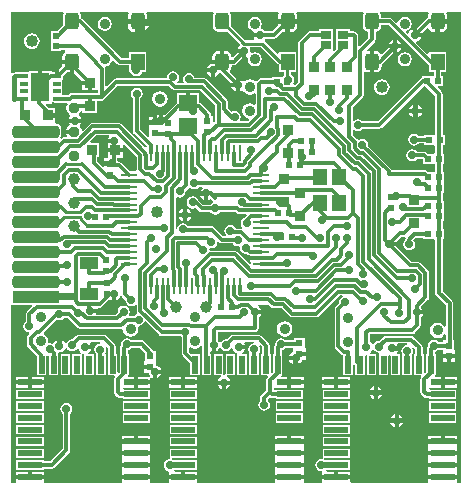
<source format=gtl>
%FSTAX23Y23*%
%MOMM*%
%SFA1B1*%

%IPPOS*%
%AMD12*
4,1,8,0.000000,0.508000,0.000000,0.508000,-0.508000,0.000000,-0.508000,0.000000,0.000000,-0.508000,0.000000,-0.508000,0.508000,0.000000,0.508000,0.000000,0.000000,0.508000,0.0*
1,1,1.016000,0.000000,0.000000*
1,1,1.016000,0.000000,0.000000*
1,1,1.016000,0.000000,0.000000*
1,1,1.016000,0.000000,0.000000*
%
%AMD14*
4,1,8,1.750060,0.500380,-1.750060,0.500380,-1.998980,0.248920,-1.998980,-0.248920,-1.750060,-0.500380,1.750060,-0.500380,1.998980,-0.248920,1.998980,0.248920,1.750060,0.500380,0.0*
1,1,0.500000,1.750060,0.248920*
1,1,0.500000,-1.750060,0.248920*
1,1,0.500000,-1.750060,-0.248920*
1,1,0.500000,1.750060,-0.248920*
%
%AMD27*
4,1,8,-0.599440,0.398780,-0.599440,-0.398780,-0.299720,-0.701040,0.299720,-0.701040,0.599440,-0.398780,0.599440,0.398780,0.299720,0.701040,-0.299720,0.701040,-0.599440,0.398780,0.0*
1,1,0.600000,-0.299720,0.398780*
1,1,0.600000,-0.299720,-0.398780*
1,1,0.600000,0.299720,-0.398780*
1,1,0.600000,0.299720,0.398780*
%
%ADD10R,1.999996X0.499999*%
%ADD11R,0.499999X1.499997*%
G04~CAMADD=12~8~0.0~0.0~400.0~400.0~200.0~0.0~15~0.0~0.0~0.0~0.0~0~0.0~0.0~0.0~0.0~0~0.0~0.0~0.0~0.0~400.0~400.0*
%ADD12D12*%
%ADD13R,3.999992X0.999998*%
G04~CAMADD=14~8~0.0~0.0~1574.8~393.7~98.4~0.0~15~0.0~0.0~0.0~0.0~0~0.0~0.0~0.0~0.0~0~0.0~0.0~0.0~0.0~1574.8~393.7*
%ADD14D14*%
%ADD15R,0.619999X0.599999*%
%ADD16R,0.599999X0.619999*%
%ADD17R,0.549999X0.549999*%
%ADD18R,0.279399X1.473197*%
%ADD19R,1.473197X0.279399*%
%ADD20R,0.949998X0.849998*%
%ADD21R,0.849998X0.949998*%
%ADD22R,1.549997X0.999998*%
%ADD23R,0.549999X0.549999*%
%ADD24R,0.649999X0.299999*%
%ADD25R,1.600197X2.349995*%
%ADD26R,1.199998X1.399997*%
G04~CAMADD=27~8~0.0~0.0~551.2~472.4~118.1~0.0~15~0.0~0.0~0.0~0.0~0~0.0~0.0~0.0~0.0~0~0.0~0.0~0.0~90.0~474.0~551.0*
%ADD27D27*%
%ADD28R,0.849998X0.649999*%
%ADD29R,1.523997X1.320797*%
%ADD30R,1.219198X1.422397*%
%ADD31C,0.299999*%
%ADD32C,0.349999*%
%ADD33C,0.250000*%
%ADD34C,0.599999*%
%ADD35C,0.399999*%
%ADD36C,0.253999*%
%ADD37C,0.899998*%
%ADD38C,0.699999*%
%ADD39C,0.999998*%
%ADD40C,0.949998*%
%LNdatapcb-1*%
%LPD*%
G36*
X-24776Y-0623D02*
X-24458Y-06549D01*
X-24359Y-06615*
X-24241Y-06639*
X-22118*
X-20843Y-07914*
Y-09277*
X-20894Y-09317*
X-21021Y-09254*
Y-0877*
X-21124*
X-21204Y-08678*
X-21227Y-08561*
X-21294Y-08462*
X-21985Y-0777*
X-22085Y-07704*
X-22184Y-07684*
Y-06878*
X-22971*
Y-07738*
X-23321*
Y-06878*
X-24108*
Y-07736*
X-24159Y-0777*
X-25086Y-08697*
X-25229Y-08601*
X-25269Y-08593*
Y-09119*
X-25619*
Y-08593*
X-25658Y-08601*
X-25775Y-08679*
Y-09354*
X-2595*
Y-09529*
X-2646*
Y-09854*
X-2641*
Y-10547*
X-26528Y-10596*
X-27162Y-09961*
Y-073*
X-27108Y-07264*
X-26997Y-07098*
X-26959Y-06903*
X-26997Y-06708*
X-27108Y-06543*
X-27273Y-06432*
X-27468Y-06393*
X-27663Y-06432*
X-27829Y-06543*
X-27939Y-06708*
X-27978Y-06903*
X-27939Y-07098*
X-27829Y-07264*
X-27774Y-073*
Y-10087*
X-27751Y-10204*
X-27685Y-10304*
X-26631Y-11357*
X-26639Y-11416*
X-26774Y-11461*
X-28779Y-09455*
X-28878Y-09389*
X-28996Y-09366*
X-31221*
X-31338Y-09389*
X-31438Y-09455*
X-32018Y-10035*
X-32138Y-09995*
X-3214Y-09976*
X-32208Y-09812*
X-32258Y-09747*
X-32274Y-09605*
X-32152Y-09423*
X-32144Y-09383*
X-33196*
X-33188Y-09423*
X-33125Y-09518*
X-33138Y-09563*
X-33279Y-09671*
X-33388Y-09812*
X-33456Y-09976*
X-33456Y-09977*
X-32798*
Y-10327*
X-33456*
X-33456Y-10329*
X-33388Y-10493*
X-33376Y-10508*
X-33432Y-10621*
X-33656*
X-33773Y-10645*
X-33872Y-10711*
X-33961Y-10621*
X-339Y-10529*
X-33869Y-10373*
Y-09873*
X-339Y-09716*
X-33988Y-09584*
X-3412Y-09496*
X-34245Y-09471*
X-34357Y-09436*
Y-08936*
X-34982*
Y-08586*
X-34357*
Y-08086*
X-34966*
X-3518Y-07872*
X-35132Y-07755*
X-34632*
Y-07655*
X-34506*
X-34491Y-07665*
X-34364Y-0769*
X-33395*
X-33328Y-07817*
X-33386Y-07904*
X-33435Y-08148*
X-33386Y-08392*
X-33248Y-08599*
X-33112Y-0869*
X-3307Y-08802*
X-33089Y-08846*
X-33188Y-08994*
X-33196Y-09033*
X-32144*
X-32152Y-08994*
X-32274Y-08812*
X-32355Y-08757*
Y-08605*
X-32347Y-08599*
X-32209Y-08392*
X-32204Y-0837*
X-32077Y-08382*
Y-08543*
X-30827*
Y-07514*
X-30456*
X-30329Y-07489*
X-30222Y-07417*
X-3015Y-0731*
X-3015Y-07309*
X-2907Y-0623*
X-24777*
X-24776Y-0623*
G37*
G36*
X-02239Y-0708D02*
Y-10299D01*
X-02312Y-10396*
X-02389*
X-03162*
Y-10504*
X-03592*
X-03629Y-10449*
X-03794Y-10338*
X-03989Y-103*
X-04185Y-10338*
X-0435Y-10449*
X-0446Y-10614*
X-04499Y-10809*
X-0446Y-11005*
X-0435Y-1117*
X-04185Y-1128*
X-03989Y-11319*
X-03794Y-1128*
X-03629Y-1117*
X-03592Y-11115*
X-03162*
Y-11246*
X-02389*
X-02312Y-11246*
X-02239Y-11343*
Y-11978*
X-02362Y-11989*
X-02439*
X-02842*
X-02901Y-1193*
X-03Y-11864*
X-03118Y-1184*
X-03745*
X-03781Y-11786*
X-03946Y-11675*
X-04142Y-11636*
X-04337Y-11675*
X-04502Y-11786*
X-04613Y-11951*
X-04651Y-12146*
X-04613Y-12341*
X-04502Y-12507*
X-04337Y-12617*
X-04142Y-12656*
X-03946Y-12617*
X-03781Y-12507*
X-03745Y-12452*
X-03244*
X-03212Y-12485*
Y-12839*
X-02439*
X-02362*
X-02239Y-1285*
Y-13483*
X-0233Y-1357*
X-0238*
X-02798*
X-02893Y-13474*
X-02992Y-13408*
X-0311Y-13385*
X-05865*
X-0587Y-13358*
X-05936Y-13259*
Y-13259*
X-07876Y-11319*
X-07863Y-11255*
X-07902Y-1106*
X-08012Y-10894*
X-08178Y-10784*
X-08373Y-10745*
X-08568Y-10784*
X-08633Y-10828*
X-08806Y-10794*
X-09176Y-10424*
Y-10009*
X-09049Y-09959*
X-08919Y-10046*
X-08724Y-10085*
X-08528Y-10046*
X-08363Y-09935*
X-08327Y-09881*
X-06939*
X-06822Y-09857*
X-06723Y-09791*
X-03193Y-06261*
X-03058*
X-02239Y-0708*
G37*
G36*
X-02759Y-04518D02*
Y-05049D01*
X-02311*
Y-05392*
X-0243Y-05411*
X-0248*
X-02557*
X-0333*
Y-05562*
X-03416Y-0562*
X-07066Y-09269*
X-08327*
X-08363Y-09214*
X-08528Y-09104*
X-08724Y-09065*
X-08919Y-09104*
X-09049Y-09191*
X-09176Y-09141*
Y-08048*
X-0836Y-07232*
X-08294Y-07133*
X-0827Y-07016*
Y-05079*
X-08143Y-05011*
X-08055Y-0507*
X-07859Y-05109*
X-07734*
Y-04199*
Y-0329*
X-07859*
X-07957Y-03309*
X-08019Y-03192*
X-07343Y-02516*
X-07277Y-02417*
X-07254Y-02299*
Y-01657*
X-07084Y-01623*
X-06935Y-01524*
X-06836Y-01375*
X-06801Y-01199*
Y-01105*
X-06172*
X-02759Y-04518*
G37*
G36*
X-33618Y-00126D02*
X-33683Y-00224D01*
X-33718Y-00399*
Y-01126*
X-34178Y-01585*
X-3476*
Y-02435*
Y-02485*
Y-03335*
X-3391*
Y-03242*
X-33553*
X-33515Y-03369*
X-3362Y-03439*
X-3373Y-03604*
X-33769Y-03799*
Y-04024*
X-32959*
Y-04199*
X-32784*
Y-05154*
X-32127Y-05812*
Y-05843*
X-31452*
Y-06018*
X-31277*
Y-06643*
X-30788*
Y-06852*
X-32975*
X-33102Y-06877*
X-33209Y-06949*
X-33288Y-07027*
X-33664*
X-33782Y-07005*
Y-06405*
Y-06355*
Y-06355*
Y-05755*
X-33732*
Y-05405*
X-33407Y-0508*
X-33259Y-05109*
X-33134*
Y-04374*
X-33769*
Y-04577*
X-34082Y-0489*
Y-05405*
X-34432*
Y-05055*
X-34632*
Y-05005*
X-35457*
Y-0638*
X-35807*
Y-05005*
X-36632*
Y-05105*
X-37105*
X-37114Y-05103*
X-37747*
X-37864Y-05126*
X-37932Y-05172*
X-37972Y-0518*
X-38013Y-05169*
X-38099Y-05123*
Y0*
X-33682*
X-33618Y-00126*
G37*
G36*
X-29808Y-10555D02*
X-29922Y-10725D01*
X-2993Y-10765*
X-29404*
Y-11115*
X-2993*
X-29922Y-11155*
X-29921Y-11157*
Y-11516*
X-28671*
Y-11232*
X-28553Y-11183*
X-27494Y-12242*
Y-13322*
X-27491Y-13339*
X-27594Y-13466*
X-2805*
X-28768Y-12748*
X-28867Y-12682*
X-28984Y-12659*
X-29057Y-12586*
X-29105Y-12514*
Y-12366*
X-28671*
Y-11866*
X-29921*
Y-12366*
X-30036Y-12395*
X-30221*
Y-12626*
X-29575*
Y-12976*
X-29711*
Y-1307*
X-30221*
Y-1309*
X-30338Y-13138*
X-30798Y-12678*
Y-12316*
X-30671*
Y-11066*
X-31346*
X-31395Y-10949*
X-30874Y-10428*
X-29838*
X-29808Y-10555*
G37*
G36*
X-20492Y-19499D02*
D01*
X-20393Y-19565*
X-20276Y-19589*
X-19333*
X-19283Y-19664*
X-19118Y-19774*
X-18922Y-19813*
X-18852Y-19799*
X-18762Y-19889*
X-18774Y-19949*
X-18735Y-20144*
X-18625Y-2031*
X-18459Y-2042*
X-18264Y-20459*
X-182Y-20446*
X-18121Y-20525*
X-18022Y-20591*
X-17905Y-20614*
X-17892Y-20641*
X-16916*
Y-20991*
X-17853*
Y-21156*
X-17803*
Y-21278*
X-1792Y-21326*
X-18946Y-20301*
X-19045Y-20234*
X-19162Y-20211*
X-19162*
X-2121*
X-21255Y-20204*
X-21351Y-20103*
X-21243Y-19996*
X-21165Y-20011*
X-2097Y-19972*
X-20805Y-19862*
X-20694Y-19696*
X-20658Y-19513*
X-20614Y-19486*
X-20535Y-19456*
X-20492Y-19499*
G37*
G36*
X-29233Y-24428D02*
X-29193Y-2442D01*
X-29011Y-24298*
X-2889Y-24117*
X-28875Y-24046*
X-28742Y-24026*
X-28695Y-24096*
X-28442Y-24349*
X-28449Y-24383*
X-2841Y-24579*
X-283Y-24744*
X-28135Y-24854*
X-27939Y-24893*
X-27744Y-24854*
X-27621Y-24772*
X-27494Y-24829*
Y-25281*
X-27471Y-25398*
X-27438Y-25448*
X-27482Y-25586*
X-27519Y-25594*
X-27684Y-25704*
X-2771Y-25742*
X-28082*
X-2815Y-25615*
X-28118Y-25567*
X-28079Y-25372*
X-28118Y-25176*
X-28228Y-25011*
X-28393Y-24901*
X-28589Y-24862*
X-28784Y-24901*
X-28949Y-25011*
X-2906Y-25176*
X-29098Y-25372*
X-29086Y-25436*
X-29291Y-25641*
X-30854*
X-30914Y-25529*
X-30902Y-25512*
X-30894Y-25472*
X-3142*
Y-25122*
X-30864*
X-30797Y-25028*
X-30623*
X-30496Y-25003*
X-30389Y-24931*
X-29824Y-24367*
X-29702*
X-29622Y-2442*
X-29583Y-24428*
Y-23902*
X-29233*
Y-24428*
G37*
G36*
X-21891Y-14906D02*
X-21986Y-1497D01*
X-22108Y-15152*
X-22115Y-15191*
X-21589*
Y-15366*
X-21414*
Y-15892*
X-21375Y-15885*
X-21236Y-15792*
X-21051Y-15977*
X-20977Y-16027*
X-20991Y-16159*
X-21023Y-16165*
X-21188Y-16276*
X-21213Y-16314*
X-21861*
X-22262Y-15912*
X-22286Y-15896*
X-22372Y-15768*
X-22537Y-15657*
X-22732Y-15619*
X-22928Y-15657*
X-23093Y-15768*
X-23203Y-15933*
X-23242Y-16128*
X-23203Y-16324*
X-23093Y-16489*
X-22928Y-16599*
X-22732Y-16638*
X-22537Y-16599*
X-22479Y-1656*
X-22204Y-16836*
X-22104Y-16902*
X-21987Y-16926*
X-21236*
X-21188Y-16997*
X-21023Y-17107*
X-20827Y-17146*
X-20632Y-17107*
X-20467Y-16997*
X-20419Y-16926*
X-19096*
X-19002Y-17019*
X-18903Y-17086*
X-18786Y-17109*
X-18215*
X-18166Y-17226*
X-18416Y-17476*
X-18521Y-17546*
X-18631Y-17711*
X-1867Y-17906*
X-18631Y-18102*
X-18538Y-18241*
X-18584Y-18338*
X-18601Y-18358*
X-18653Y-18348*
X-19086*
X-19086Y-18346*
X-19197Y-18181*
X-19362Y-1807*
X-19557Y-18032*
X-19753Y-1807*
X-19918Y-18181*
X-20028Y-18346*
X-20067Y-18541*
X-20028Y-18737*
X-19953Y-1885*
X-20017Y-18977*
X-20149*
X-20912Y-18214*
X-21012Y-18148*
X-21129Y-18124*
X-2314*
X-23196Y-18041*
X-23361Y-1793*
X-23556Y-17891*
X-23751Y-1793*
X-23917Y-18041*
X-24027Y-18206*
X-24063Y-18383*
X-2419Y-18371*
Y-15708*
X-24063Y-1564*
X-24022Y-15667*
X-23827Y-15706*
X-23631Y-15667*
X-23466Y-15557*
X-23356Y-15391*
X-23317Y-15196*
X-2333Y-15132*
X-23085Y-14888*
X-23059Y-14877*
X-22917Y-1487*
X-22801Y-14948*
X-22605Y-14987*
X-2241Y-14948*
X-22245Y-14838*
X-22206Y-14779*
X-21929*
X-21891Y-14906*
G37*
G36*
X-04683Y-19121D02*
X-047Y-19147D01*
X-04724Y-19264*
Y-19266*
X-04778Y-19303*
X-04889Y-19468*
X-04928Y-19663*
X-04889Y-19858*
X-04778Y-20024*
X-04613Y-20134*
X-04418Y-20173*
X-04223Y-20134*
X-04057Y-20024*
X-03947Y-19858*
X-03908Y-19663*
X-03947Y-19468*
X-04044Y-19323*
X-03854Y-19133*
X-03238*
Y-19252*
X-02388*
X-02366*
X-02239Y-19319*
Y-23752*
X-02214Y-23879*
X-02142Y-23986*
X-01322Y-24806*
Y-26589*
X-01449Y-26628*
X-0154Y-26492*
X-01754Y-26349*
X-02007Y-26299*
X-02259Y-26349*
X-02474Y-26492*
X-02617Y-26706*
X-02667Y-26959*
X-02617Y-27212*
X-02474Y-27426*
X-02259Y-27569*
X-02007Y-27619*
X-01754Y-27569*
X-0154Y-27426*
X-01449Y-2729*
X-01322Y-27329*
Y-27787*
X-01511*
Y-27925*
X-01927*
X-01946Y-27896*
X-02112Y-27785*
X-02307Y-27746*
X-02502Y-27785*
X-02667Y-27896*
X-02778Y-28061*
X-02817Y-28256*
X-0281Y-2829*
X-02814Y-28294*
X-02886Y-28402*
X-02911Y-28529*
Y-28961*
X-02979*
Y-30469*
X-03069Y-30543*
X-03179Y-30495*
Y-28961*
X-03274*
Y-28395*
X-03297Y-28278*
X-03363Y-28179*
X-04005Y-27537*
X-04104Y-27471*
X-04221Y-27448*
X-06404*
X-06521Y-27471*
X-06621Y-27537*
X-06921Y-27838*
X-06954Y-27832*
X-0715Y-2787*
X-07315Y-27981*
X-07395Y-281*
X-07535Y-28103*
X-07537Y-28102*
X-07626Y-27969*
X-07691Y-27925*
Y-27249*
X-04156*
X-0403Y-27223*
X-03922Y-27151*
X-03541Y-26771*
X-0347Y-26663*
X-03444Y-26536*
Y-25862*
X-03379Y-25818*
X-03258Y-25637*
X-0325Y-25597*
X-03776*
Y-25247*
X-0325*
X-03258Y-25207*
X-03379Y-25025*
X-03389Y-24929*
X-02821Y-24361*
X-02754Y-24262*
X-02731Y-24144*
Y-22083*
X-02754Y-21966*
X-02821Y-21867*
X-03465Y-21222*
X-03564Y-21156*
X-03681Y-21133*
X-04183*
X-05492Y-19824*
X-06099*
Y-19474*
X-05553*
X-05095Y-19016*
X-04805*
X-04759Y-19007*
X-04683Y-19121*
G37*
G36*
X-08218Y-00126D02*
X-08283Y-00224D01*
X-08318Y-00399*
Y-01199*
X-08283Y-01375*
X-08184Y-01524*
X-08035Y-01623*
X-07865Y-01657*
Y-02173*
X-08603Y-02911*
X-0872Y-02862*
Y-02001*
Y-02001*
X-08744Y-01884*
X-0881Y-01785*
X-08857Y-01738*
X-08956Y-01672*
X-09073Y-01649*
X-09419*
Y-01479*
X-10569*
Y-02429*
Y-03132*
X-1076Y-03323*
X-10869Y-03252*
Y-02429*
Y-01479*
X-12019*
Y-01649*
X-12817*
X-12934Y-01672*
X-13033Y-01738*
X-13735Y-0244*
X-13801Y-02539*
X-13824Y-02656*
Y-05928*
X-14055Y-06159*
X-1417Y-06148*
X-14226Y-06035*
X-14167Y-05946*
X-14128Y-05751*
X-14167Y-05556*
X-14277Y-0539*
X-14443Y-0528*
X-14443Y-0528*
Y-05049*
X-13959*
Y-03349*
X-15459*
Y-03487*
X-15577Y-03536*
X-16635Y-02478*
X-16646Y-02445*
X-16645Y-02315*
X-16605Y-02255*
X-15859*
X-15859*
X-15742Y-02231*
X-15643Y-02165*
X-15157Y-0168*
X-15009Y-01709*
X-14884*
Y-00974*
X-15519*
Y-01177*
X-15985Y-01643*
X-16605*
X-16665Y-01552*
X-16847Y-01431*
X-16915Y-01417*
X-16964Y-013*
X-16919Y-01234*
X-16873Y-00999*
X-16919Y-00765*
X-17052Y-00567*
X-1725Y-00434*
X-17484Y-00388*
X-17719Y-00434*
X-17917Y-00567*
X-1805Y-00765*
X-18096Y-00999*
X-1805Y-01234*
X-17917Y-01432*
X-17719Y-01565*
X-17608Y-01587*
X-1756Y-01704*
X-1758Y-01734*
X-17588Y-01774*
X-17062*
Y-02124*
X-17588*
X-1758Y-02163*
X-17517Y-02257*
X-17585Y-02384*
X-18275*
X-19501Y-01159*
Y-00399*
X-19536Y-00224*
X-19601Y-00126*
X-19537Y0*
X-15496*
X-15428Y-00126*
X-1548Y-00204*
X-15519Y-00399*
Y-00624*
X-139*
Y-00399*
X-13938Y-00204*
X-13991Y-00126*
X-13923Y0*
X-08282*
X-08218Y-00126*
G37*
G36*
X0Y-39877D02*
X-00018Y-39895D01*
X-00287*
X-00379Y-39811*
Y-39768*
Y-39536*
X-02779*
Y-39768*
Y-39811*
X-02871Y-39895*
X-09287*
X-09379Y-39811*
Y-39768*
Y-39536*
X-11779*
Y-39768*
Y-39811*
X-11871Y-39895*
X-13257*
X-13349Y-39812*
Y-39768*
Y-39537*
X-15749*
Y-39768*
Y-39812*
X-15842Y-39895*
X-22257*
X-22349Y-39812*
Y-39768*
Y-39537*
X-24749*
Y-39768*
Y-39812*
X-24842Y-39895*
X-26226*
X-26318Y-39812*
Y-39768*
Y-39537*
X-28718*
Y-39768*
Y-39812*
X-28811Y-39895*
X-35226*
X-35318Y-39812*
Y-39768*
Y-39537*
X-37718*
Y-39768*
Y-39812*
X-37811Y-39895*
X-37994*
X-38099Y-39852*
Y-24793*
X-36376*
X-36327Y-2491*
X-36792Y-25375*
X-36858Y-25474*
X-36882Y-25591*
Y-26219*
X-36936Y-26256*
X-37047Y-26421*
X-37086Y-26616*
X-37047Y-26811*
X-36936Y-26977*
X-36771Y-27087*
X-36618Y-27117*
X-36565Y-27243*
X-36683Y-27361*
X-36749Y-27461*
X-36772Y-27578*
Y-28145*
X-36749Y-28262*
X-36683Y-28362*
X-36169Y-28875*
X-36107Y-28917*
X-35918Y-29106*
Y-30762*
X-35118*
Y-29165*
X-35003Y-29092*
X-34918Y-29136*
Y-30762*
X-34118*
Y-28962*
X-34128Y-2892*
X-34022Y-28812*
X-34018Y-28813*
X-33803Y-2877*
X-33622Y-28648*
X-33522Y-285*
X-33412Y-28484*
X-33375Y-28491*
X-33311Y-28588*
X-33145Y-28699*
X-3295Y-28738*
X-32755Y-28699*
X-3259Y-28588*
X-32531Y-28501*
X-32397Y-28528*
X-32384Y-28589*
X-32263Y-28771*
X-32237Y-28788*
X-32185Y-28896*
X-32205Y-28962*
X-32226*
X-32918*
Y-30762*
X-32118*
Y-29053*
Y-29009*
X-32073Y-28964*
X-31954Y-28958*
X-31918Y-28977*
Y-29054*
Y-30762*
X-31118*
Y-28962*
X-31527*
X-31566Y-28835*
X-3147Y-28771*
X-31348Y-28589*
X-3134Y-28549*
X-31866*
Y-28199*
X-3134*
X-31348Y-2816*
X-31406Y-28073*
X-31338Y-27946*
X-30627*
X-30614Y-28073*
X-30773Y-28105*
X-30939Y-28215*
X-31049Y-28381*
X-31088Y-28576*
X-31049Y-28771*
X-30939Y-28936*
X-30934Y-28939*
X-30918Y-28962*
Y-30762*
X-30118*
Y-28962*
X-3015Y-28835*
X-30107Y-28771*
X-30068Y-28576*
X-30107Y-28381*
X-30145Y-28324*
X-30046Y-28244*
X-29881Y-28409*
Y-28962*
X-29918*
Y-30762*
X-29371*
X-29327Y-30889*
X-29381Y-30969*
X-29406Y-31096*
Y-32162*
X-29381Y-32289*
X-29309Y-32396*
X-29109Y-32596*
X-29001Y-32668*
X-28875Y-32693*
X-28668*
Y-32762*
X-26368*
Y-31962*
X-28556*
X-28636Y-31835*
X-28624Y-31812*
X-27693*
Y-31362*
Y-30912*
X-28128*
X-28196Y-30785*
X-28181Y-30762*
X-28118*
Y-28962*
X-28244*
Y-28641*
X-28107Y-28614*
X-27942Y-28503*
X-27923Y-28474*
X-27157*
X-26802Y-2883*
Y-29577*
X-26852*
Y-29902*
X-26342*
Y-30252*
X-26852*
Y-30577*
X-26477*
X-2646Y-30665*
X-2638Y-30785*
X-26447Y-30912*
X-27343*
Y-31187*
X-26318*
Y-31013*
X-26191Y-30945*
X-26156Y-30969*
X-26117Y-30976*
Y-3045*
X-25942*
Y-30276*
X-25416*
X-25424Y-30236*
X-25545Y-30054*
X-25727Y-29932*
X-25832Y-29912*
Y-29577*
X-25882*
Y-28707*
X-26017*
X-26077Y-28617*
X-26786Y-27908*
X-26893Y-27836*
X-2702Y-27811*
X-27923*
X-27942Y-27782*
X-28107Y-27672*
X-28302Y-27633*
X-28498Y-27672*
X-28663Y-27782*
X-28773Y-27947*
X-28812Y-28143*
X-28805Y-28177*
X-28809Y-28181*
X-28881Y-28288*
X-28907Y-28415*
Y-28962*
X-28918*
Y-3047*
X-29007Y-30544*
X-29118Y-30497*
Y-28962*
X-29269*
Y-28282*
X-29293Y-28165*
X-29359Y-28066*
X-30001Y-27424*
X-301Y-27358*
X-30217Y-27334*
X-324*
X-32517Y-27358*
X-32616Y-27424*
X-32917Y-27725*
X-3295Y-27718*
X-33145Y-27757*
X-33311Y-27867*
X-3339Y-27987*
X-33531Y-27989*
X-33533Y-27988*
X-33622Y-27855*
X-33803Y-27734*
X-33843Y-27726*
Y-28252*
X-34193*
Y-27726*
X-34233Y-27734*
X-34415Y-27855*
X-34525Y-2802*
X-34572Y-28053*
X-34654Y-28086*
X-34666Y-28078*
X-34861Y-28039*
X-34891Y-28045*
X-34981Y-27955*
X-34962Y-27862*
X-35013Y-27609*
X-35156Y-27395*
X-35331Y-27278*
X-35365Y-27133*
X-34267Y-26034*
X-34224Y-26063*
X-34029Y-26102*
X-33834Y-26063*
X-33668Y-25952*
X-33632Y-25898*
X-33313*
X-32482Y-26729*
X-32383Y-26795*
X-32266Y-26818*
X-28797*
X-28786Y-26816*
X-28768Y-26821*
X-28649Y-26915*
X-28612Y-27098*
X-28469Y-27312*
X-28255Y-27455*
X-28002Y-27506*
X-2775Y-27455*
X-27536Y-27312*
X-27393Y-27098*
X-27342Y-26846*
X-27372Y-26694*
X-27363Y-2667*
X-27271Y-26564*
X-27129Y-26536*
X-26963Y-26425*
X-26853Y-2626*
X-26844Y-26216*
X-26723Y-26179*
X-25569Y-27333*
X-2547Y-27399*
X-25353Y-27422*
X-23764*
X-23727Y-27477*
X-23673Y-27513*
Y-28876*
X-23649Y-28993*
X-23583Y-29092*
X-22949Y-29726*
Y-30762*
X-22149*
Y-28962*
X-22848*
X-23061Y-28749*
Y-28438*
X-22934Y-2837*
X-22822Y-28445*
X-22569Y-28495*
X-22317Y-28445*
X-22102Y-28302*
X-22048Y-2822*
X-21921Y-28259*
Y-28962*
X-21949*
Y-30762*
X-21149*
Y-28962*
X-21309*
Y-28792*
X-21197Y-28732*
X-21179Y-28744*
X-2114Y-28752*
Y-28226*
X-2079*
Y-28752*
X-2075Y-28744*
X-20568Y-28622*
X-20469Y-28474*
X-20358Y-28458*
X-20322Y-28465*
X-20258Y-28562*
X-20092Y-28673*
X-19897Y-28711*
X-19702Y-28673*
X-19537Y-28562*
X-19478Y-28475*
X-19343Y-28502*
X-19331Y-28563*
X-1921Y-28745*
X-19028Y-28866*
X-19026Y-28867*
X-18949Y-28962*
Y-29011*
Y-30762*
X-18149*
Y-28962*
X-18514*
X-18552Y-28835*
X-18417Y-28745*
X-18295Y-28563*
X-18287Y-28523*
X-18813*
Y-28173*
X-18287*
X-18295Y-28133*
X-18353Y-28047*
X-18285Y-2792*
X-17574*
X-17561Y-28047*
X-1772Y-28078*
X-17886Y-28189*
X-17996Y-28354*
X-18035Y-28549*
X-17996Y-28745*
X-17936Y-28835*
X-17949Y-28962*
Y-30762*
X-17149*
Y-28962*
X-17122Y-28846*
X-17054Y-28745*
X-17015Y-28549*
X-17054Y-28354*
X-17092Y-28298*
X-16993Y-28217*
X-16828Y-28382*
Y-28962*
X-16949*
Y-30762*
X-16406*
X-16358Y-30879*
X-16431Y-30952*
X-16503Y-3106*
X-16528Y-31187*
Y-32025*
X-16925Y-32422*
X-16997Y-32529*
X-17022Y-32656*
Y-32883*
X-17051Y-32902*
X-17162Y-33068*
X-172Y-33263*
X-17162Y-33458*
X-17051Y-33623*
X-16886Y-33734*
X-16691Y-33773*
X-16495Y-33734*
X-1633Y-33623*
X-1622Y-33458*
X-16181Y-33263*
X-1622Y-33068*
X-1633Y-32902*
X-16334Y-32768*
X-1619Y-32624*
X-16123Y-32668*
X-15996Y-32693*
X-15699*
Y-32762*
X-13399*
Y-31962*
X-15699*
Y-32031*
X-15859*
X-15865Y-32025*
Y-31839*
X-15749Y-31812*
X-14724*
Y-31362*
Y-30912*
X-15159*
X-15227Y-30785*
X-15212Y-30762*
X-15149*
Y-28962*
X-15191*
Y-28614*
X-15054Y-28587*
X-14889Y-28477*
X-14869Y-28448*
X-14321*
X-14206Y-28477*
Y-28774*
X-14247Y-28782*
X-14429Y-28904*
X-14551Y-29086*
X-14559Y-29125*
X-14033*
Y-293*
X-13858*
Y-29826*
X-13818Y-29818*
X-13636Y-29697*
X-13514Y-29515*
X-13507Y-29477*
X-13186*
Y-29152*
X-13696*
Y-28802*
X-13186*
Y-28477*
X-13236*
Y-27607*
X-14156*
Y-27785*
X-14869*
X-14889Y-27756*
X-15054Y-27645*
X-15249Y-27607*
X-15444Y-27645*
X-1561Y-27756*
X-1572Y-27921*
X-15759Y-28116*
X-15752Y-28151*
X-15756Y-28155*
X-15828Y-28262*
X-15853Y-28389*
Y-28962*
X-15949*
Y-3047*
X-16039Y-30544*
X-16149Y-30497*
Y-28962*
X-16216*
Y-28256*
X-16239Y-28139*
X-16306Y-28039*
X-16947Y-27398*
X-17047Y-27331*
X-17164Y-27308*
X-19347*
X-19464Y-27331*
X-19563Y-27398*
X-19864Y-27698*
X-19897Y-27692*
X-20092Y-27731*
X-20258Y-27841*
X-20337Y-2796*
X-20478Y-27963*
X-2048Y-27962*
X-20568Y-27829*
X-20634Y-27786*
Y-27109*
X-17489*
X-17363Y-27084*
X-17255Y-27012*
X-17183Y-26904*
X-17158Y-26777*
X-17159Y-26771*
X-17158Y-26766*
Y-25848*
X-17093Y-25804*
X-16971Y-25623*
X-16963Y-25583*
X-17489*
Y-25233*
X-16963*
X-16971Y-25193*
X-17093Y-25011*
X-17162Y-24965*
X-17192Y-24792*
X-17177Y-24771*
X-163*
X-16107Y-24964*
X-16007Y-2503*
X-1589Y-25054*
X-15217*
X-14521Y-2575*
X-14422Y-25816*
X-14304Y-25839*
X-12283*
X-12166Y-25816*
X-12067Y-2575*
X-103Y-23983*
X-10058*
X-10045Y-2411*
X-10056Y-24112*
X-10222Y-24222*
X-10332Y-24388*
X-10371Y-24583*
X-10358Y-24647*
X-10641Y-2493*
X-10707Y-25029*
X-1073Y-25146*
Y-28305*
X-10707Y-28422*
X-10641Y-28522*
X-10173Y-28989*
X-10074Y-29055*
X-09979Y-29074*
Y-30761*
X-09179*
Y-29857*
X-09062Y-29819*
X-08979Y-29896*
Y-30761*
X-08179*
Y-29093*
X-08063Y-28998*
X-07991Y-29016*
X-07979Y-29047*
Y-30761*
X-07179*
Y-28961*
X-07695*
X-07733Y-28834*
X-07626Y-28762*
X-07527Y-28614*
X-07416Y-28598*
X-0738Y-28605*
X-07315Y-28702*
X-0715Y-28812*
X-07Y-28842*
X-06979Y-28961*
Y-28976*
Y-30761*
X-06179*
Y-29138*
X-06065Y-29064*
X-05979Y-29109*
Y-30761*
X-05179*
Y-28961*
X-05377*
X-0544Y-28834*
X-05353Y-28702*
X-05345Y-28663*
X-05871*
Y-28313*
X-05345*
X-05353Y-28273*
X-0541Y-28187*
X-05343Y-2806*
X-04631*
X-04619Y-28187*
X-04778Y-28218*
X-04943Y-28329*
X-05054Y-28494*
X-05092Y-28689*
X-05054Y-28884*
X-04979Y-28995*
Y-30761*
X-04179*
Y-28986*
X-04112Y-28884*
X-04073Y-28689*
X-04112Y-28494*
X-04149Y-28438*
X-0405Y-28357*
X-03885Y-28522*
Y-28961*
X-03979*
Y-30761*
X-03432*
X-03388Y-30888*
X-03442Y-30968*
X-03467Y-31095*
Y-3216*
X-03442Y-32287*
X-0337Y-32395*
X-0317Y-32595*
X-03063Y-32667*
X-02936Y-32692*
X-02729*
Y-32761*
X-00429*
Y-31961*
X-02617*
X-02697Y-31834*
X-02686Y-31811*
X-01754*
Y-31361*
Y-30911*
X-02189*
X-02257Y-30784*
X-02242Y-30761*
X-02179*
Y-28961*
X-02248*
Y-28754*
X-02112Y-28727*
X-01946Y-28617*
X-01927Y-28587*
X-0166*
X-01561Y-28657*
Y-28982*
X-00541*
Y-28657*
X-00591*
Y-27787*
X-0066*
Y-24669*
X-00685Y-24542*
X-00757Y-24434*
X-01576Y-23615*
Y-19252*
X-01488*
Y-18402*
X-01576*
Y-17717*
X-01487*
Y-16867*
X-0148Y-16841*
Y-16743*
Y-15991*
X-01576*
Y-1531*
X-01468*
Y-14542*
Y-1446*
X-0148Y-1442*
Y-1357*
X-01576*
Y-12839*
X-01462*
Y-11989*
X-01576*
Y-11246*
X-01412*
Y-10396*
X-01576*
Y-06943*
X-01602Y-06816*
X-01673Y-06709*
X-02004Y-06378*
X-01955Y-06261*
X-0158*
Y-05411*
X-01699*
Y-05049*
X-01259*
Y-03349*
X-02759*
Y-03487*
X-02877Y-03535*
X-03802Y-0261*
X-03766Y-02488*
X-03688Y-02472*
X-03506Y-02351*
X-03384Y-02169*
X-03376Y-02129*
X-03902*
Y-01954*
X-04077*
Y-01428*
X-04117Y-01436*
X-04299Y-01558*
X-0442Y-0174*
X-04436Y-01818*
X-04557Y-01855*
X-0469Y-01722*
X-04648Y-01584*
X-0455Y-01565*
X-04352Y-01432*
X-04219Y-01234*
X-04173Y-00999*
X-04219Y-00765*
X-04352Y-00567*
X-0455Y-00434*
X-04784Y-00388*
X-05019Y-00434*
X-05217Y-00567*
X-0535Y-00765*
X-05369Y-00863*
X-05507Y-00905*
X-05829Y-00583*
X-05928Y-00517*
X-06045Y-00494*
X-06801*
Y-00399*
X-06836Y-00224*
X-06901Y-00126*
X-06837Y0*
X-02796*
X-02728Y-00126*
X-0278Y-00204*
X-02819Y-00399*
Y-00508*
X-02864Y-00517*
X-02964Y-00583*
X-03727Y-01347*
Y-01779*
X-03295*
X-02902Y-01386*
X-0276Y-01425*
X-0267Y-0156*
X-02505Y-0167*
X-02309Y-01709*
X-02184*
Y-00799*
X-02009*
Y-00624*
X-012*
Y-00399*
X-01238Y-00204*
X-01291Y-00126*
X-01223Y0*
X0*
Y-39877*
G37*
G36*
X-20918Y-00126D02*
X-20983Y-00224D01*
X-21018Y-00399*
Y-01199*
X-20983Y-01375*
X-20884Y-01524*
X-20735Y-01623*
X-20559Y-01658*
X-19959*
X-19826Y-01632*
X-18727Y-02731*
X-1874Y-02857*
X-18811Y-02905*
X-18933Y-03087*
X-1894Y-03126*
X-18414*
Y-03301*
X-18239*
Y-03827*
X-182Y-0382*
X-18188Y-03812*
X-18074Y-03888*
X-18096Y-03999*
X-1805Y-04234*
X-17917Y-04432*
X-17719Y-04565*
X-17484Y-04611*
X-1725Y-04565*
X-17052Y-04432*
X-16919Y-04234*
X-16873Y-03999*
X-16919Y-03765*
X-17052Y-03567*
X-1725Y-03434*
X-17484Y-03388*
X-17719Y-03434*
X-17756Y-03459*
X-1787Y-03383*
X-17854Y-03301*
X-17896Y-03087*
X-17914Y-03061*
X-17854Y-02949*
X-16962*
X-15512Y-04399*
X-15459Y-04434*
Y-05049*
X-15008*
Y-05405*
X-15038Y-0545*
X-15151Y-05486*
X-15201*
X-15278*
X-16051*
Y-05605*
X-1692*
X-17037Y-05628*
X-17137Y-05694*
X-17291Y-05849*
X-17367Y-05864*
X-17456Y-05856*
X-1764Y-05733*
X-17893Y-05683*
X-18146Y-05733*
X-1836Y-05876*
X-18478*
X-1853Y-05799*
X-18712Y-05677*
X-18752Y-05669*
Y-06195*
Y-06721*
X-18712Y-06713*
X-18612Y-06647*
X-18447Y-06679*
X-1836Y-0681*
X-18146Y-06953*
X-17893Y-07003*
X-1764Y-06953*
X-17528Y-06878*
X-17401Y-06946*
Y-07772*
X-17528Y-0784*
X-1764Y-07765*
X-17893Y-07715*
X-18146Y-07765*
X-1836Y-07908*
X-18503Y-08122*
X-18553Y-08375*
X-18503Y-08628*
X-1836Y-08842*
X-18146Y-08985*
X-18013Y-09011*
X-17972Y-09149*
X-18056Y-09234*
X-1867*
X-1873Y-09122*
X-18705Y-09085*
X-18667Y-08889*
X-18705Y-08694*
X-18816Y-08529*
X-18981Y-08418*
X-19176Y-0838*
X-19372Y-08418*
X-19442Y-08466*
X-19781Y-08127*
Y-076*
X-19804Y-07483*
X-1987Y-07384*
X-21588Y-05666*
X-21687Y-056*
X-21805Y-05577*
X-22568*
X-2259Y-05468*
X-227Y-05303*
X-22866Y-05192*
X-23061Y-05153*
X-23256Y-05192*
X-23421Y-05303*
X-23532Y-05468*
X-2357Y-05663*
X-23532Y-05858*
X-23504Y-059*
X-23572Y-06027*
X-24007*
X-24046Y-059*
X-24045Y-05899*
X-23935Y-05734*
X-23896Y-05539*
X-23935Y-05344*
X-24045Y-05178*
X-24211Y-05068*
X-24406Y-05029*
X-24601Y-05068*
X-24766Y-05178*
X-24877Y-05344*
X-24916Y-05539*
X-2498Y-05618*
X-29197*
X-29314Y-05641*
X-29413Y-05707*
X-30007Y-06302*
X-30125Y-06253*
Y-04824*
X-30143Y-04732*
X-30139Y-04682*
X-3007Y-04588*
X-2995Y-04565*
X-29752Y-04432*
X-29619Y-04234*
X-29594Y-04106*
X-29456Y-04064*
X-29104Y-04416*
X-29005Y-04482*
X-28888Y-04505*
X-28159*
Y-05049*
X-28005*
X-27989Y-05131*
X-27878Y-05296*
X-27713Y-05407*
X-27518Y-05446*
X-27323Y-05407*
X-27157Y-05296*
X-27047Y-05131*
X-27031Y-05049*
X-26659*
Y-03349*
X-28159*
Y-03894*
X-28761*
X-32072Y-00583*
X-32171Y-00517*
X-32201Y-00511*
Y-00399*
X-32236Y-00224*
X-32301Y-00126*
X-32237Y0*
X-28196*
X-28128Y-00126*
X-2818Y-00204*
X-28219Y-00399*
Y-00624*
X-26585*
X-26594Y-0061*
X-266Y-00607*
Y-00399*
X-26638Y-00204*
X-26691Y-00126*
X-26623Y0*
X-20982*
X-20918Y-00126*
G37*
%LNdatapcb-2*%
%LPC*%
G36*
X-09429Y-33961D02*
X-11729D01*
Y-34761*
X-09429*
Y-33961*
G37*
G36*
X-13399Y-33962D02*
X-15699D01*
Y-34762*
X-13399*
Y-33962*
G37*
G36*
X-00429Y-33961D02*
X-02729D01*
Y-34761*
X-00429*
Y-33961*
G37*
G36*
X-05297Y-34061D02*
Y-34412D01*
X-04946*
X-04954Y-34372*
X-05076Y-3419*
X-05258Y-34069*
X-05297Y-34061*
G37*
G36*
X-05647D02*
X-05687Y-34069D01*
X-05869Y-3419*
X-0599Y-34372*
X-05998Y-34412*
X-05647*
Y-34061*
G37*
G36*
X-26368Y-33962D02*
X-28668D01*
Y-34762*
X-26368*
Y-33962*
G37*
G36*
X-04946Y-34762D02*
X-05297D01*
Y-35113*
X-05258Y-35105*
X-05076Y-34983*
X-04954Y-34801*
X-04946Y-34762*
G37*
G36*
X-05647D02*
X-05998D01*
X-0599Y-34801*
X-05869Y-34983*
X-05687Y-35105*
X-05647Y-35113*
Y-34762*
G37*
G36*
X-35368Y-33962D02*
X-37668D01*
Y-34762*
X-35368*
Y-33962*
G37*
G36*
X-22399D02*
X-24699D01*
Y-34762*
X-22399*
Y-33962*
G37*
G36*
X-36693Y-38912D02*
X-37718D01*
Y-39187*
X-36693*
Y-38912*
G37*
G36*
X-07416Y-3239D02*
X-07767D01*
X-07759Y-3243*
X-07637Y-32612*
X-07455Y-32733*
X-07416Y-32741*
Y-3239*
G37*
G36*
X-09429Y-31961D02*
X-11729D01*
Y-32761*
X-09429*
Y-31961*
G37*
G36*
X-22399Y-31962D02*
X-24699D01*
Y-32762*
X-22399*
Y-31962*
G37*
G36*
X-06715Y-3239D02*
X-07066D01*
Y-32741*
X-07026Y-32733*
X-06844Y-32612*
X-06723Y-3243*
X-06715Y-3239*
G37*
G36*
X-20266Y-31557D02*
X-20617D01*
X-20609Y-31596*
X-20488Y-31778*
X-20306Y-319*
X-20266Y-31908*
Y-31557*
G37*
G36*
X-07066Y-31689D02*
Y-3204D01*
X-06715*
X-06723Y-32001*
X-06844Y-31819*
X-07026Y-31697*
X-07066Y-31689*
G37*
G36*
X-07416D02*
X-07455Y-31697D01*
X-07637Y-31819*
X-07759Y-32001*
X-07767Y-3204*
X-07416*
Y-31689*
G37*
G36*
X-26368Y-32962D02*
X-28668D01*
Y-33762*
X-26368*
Y-32962*
G37*
G36*
X-22399D02*
X-24699D01*
Y-33762*
X-22399*
Y-32962*
G37*
G36*
X-35368D02*
X-37668D01*
Y-33762*
X-35368*
Y-32962*
G37*
G36*
X-13399D02*
X-15699D01*
Y-33762*
X-13399*
Y-32962*
G37*
G36*
X-35368Y-31962D02*
X-37668D01*
Y-32762*
X-35368*
Y-31962*
G37*
G36*
X-00429Y-32961D02*
X-02729D01*
Y-33761*
X-00429*
Y-32961*
G37*
G36*
X-09429Y-32961D02*
X-11729D01*
Y-33761*
X-09429*
Y-32961*
G37*
G36*
Y-34961D02*
X-11729D01*
Y-35761*
X-09429*
Y-34961*
G37*
G36*
X-22349Y-38912D02*
X-23374D01*
Y-39187*
X-22349*
Y-38912*
G37*
G36*
X-13349Y-38537D02*
X-15749D01*
Y-38785*
Y-38812*
Y-38912*
Y-38939*
Y-39187*
X-13349*
Y-38939*
Y-38912*
Y-38812*
Y-38785*
Y-38537*
G37*
G36*
X-09429Y-36961D02*
X-11729D01*
Y-37722*
Y-37723*
Y-37737*
X-1182Y-37849*
X-11835Y-37846*
X-1203Y-37885*
X-12195Y-37995*
X-12306Y-38161*
X-12345Y-38356*
X-12306Y-38551*
X-12195Y-38716*
X-1203Y-38827*
X-11884Y-38856*
X-11825Y-38887*
X-11779Y-38984*
Y-39186*
X-10754*
Y-38911*
X-11404*
X-11467Y-38784*
X-1145Y-38761*
X-09429*
Y-37961*
X-11526*
X-11635Y-37888*
X-11637Y-37878*
X-11615Y-37768*
X-11614Y-37761*
X-11612*
X-09429*
Y-36961*
G37*
G36*
X-00379Y-36536D02*
X-02779D01*
Y-36784*
Y-36811*
Y-36911*
Y-36938*
Y-37186*
X-00379*
Y-36938*
Y-36911*
Y-36811*
Y-36784*
Y-36536*
G37*
G36*
X-13349Y-36537D02*
X-15749D01*
Y-36785*
Y-36812*
Y-36912*
Y-36939*
Y-37187*
X-13349*
Y-36939*
Y-36912*
Y-36812*
Y-36785*
Y-36537*
G37*
G36*
X-26318D02*
X-28718D01*
Y-36785*
Y-36812*
Y-36912*
Y-36939*
Y-37187*
X-26318*
Y-36939*
Y-36912*
Y-36812*
Y-36785*
Y-36537*
G37*
G36*
X-35368Y-36962D02*
X-37668D01*
Y-37762*
X-35368*
Y-36962*
G37*
G36*
X-26318Y-37537D02*
X-28718D01*
Y-37785*
Y-37812*
Y-37912*
Y-37939*
Y-38187*
X-26318*
Y-37939*
Y-37912*
Y-37812*
Y-37785*
Y-37537*
G37*
G36*
X-00379Y-38536D02*
X-02779D01*
Y-38784*
Y-38811*
Y-38911*
Y-38938*
Y-39186*
X-00379*
Y-38938*
Y-38911*
Y-38811*
Y-38784*
Y-38536*
G37*
G36*
X-09379Y-38911D02*
X-10404D01*
Y-39186*
X-09379*
Y-38911*
G37*
G36*
X-33429Y-33098D02*
X-33624Y-33136D01*
X-33789Y-33247*
X-339Y-33412*
X-33939Y-33607*
X-339Y-33802*
X-33789Y-33968*
X-33735Y-34004*
Y-36986*
X-34805Y-38056*
X-35368*
Y-37962*
X-37668*
Y-38762*
X-35368*
Y-38668*
X-34679*
X-34562Y-38645*
X-34462Y-38578*
X-33213Y-37328*
X-33146Y-37229*
X-33123Y-37112*
Y-34004*
X-33068Y-33968*
X-32958Y-33802*
X-32919Y-33607*
X-32958Y-33412*
X-33068Y-33247*
X-33234Y-33136*
X-33429Y-33098*
G37*
G36*
X-00379Y-37536D02*
X-02779D01*
Y-37784*
Y-37811*
Y-37911*
Y-37938*
Y-38186*
X-00379*
Y-37938*
Y-37911*
Y-37811*
Y-37784*
Y-37536*
G37*
G36*
X-13349Y-37537D02*
X-15749D01*
Y-37785*
Y-37812*
Y-37912*
Y-37939*
Y-38187*
X-13349*
Y-37939*
Y-37912*
Y-37812*
Y-37785*
Y-37537*
G37*
G36*
X-35368Y-35962D02*
X-37668D01*
Y-36762*
X-35368*
Y-35962*
G37*
G36*
X-01754Y-35911D02*
X-02779D01*
Y-36186*
X-01754*
Y-35911*
G37*
G36*
X-35318Y-38912D02*
X-36343D01*
Y-39187*
X-35318*
Y-38912*
G37*
G36*
X-26318Y-38537D02*
X-28718D01*
Y-38785*
Y-38812*
Y-38912*
Y-38939*
Y-39187*
X-26318*
Y-38939*
Y-38912*
Y-38812*
Y-38785*
Y-38537*
G37*
G36*
X-22399Y-34962D02*
X-24699D01*
Y-35762*
X-22399*
Y-34962*
G37*
G36*
X-35368D02*
X-37668D01*
Y-35762*
X-35368*
Y-34962*
G37*
G36*
X-00379Y-35911D02*
X-01404D01*
Y-36186*
X-00379*
Y-35911*
G37*
G36*
X-22399Y-36962D02*
X-24699D01*
Y-37733*
Y-37762*
X-24748Y-37869*
X-24879Y-37895*
X-25044Y-38005*
X-25155Y-38171*
X-25193Y-38366*
X-25155Y-38561*
X-25044Y-38726*
X-24879Y-38837*
X-24848Y-38843*
X-24749Y-38912*
Y-38992*
Y-39187*
X-23724*
Y-38912*
X-24239*
X-24302Y-38785*
X-24285Y-38762*
X-22399*
Y-37962*
X-24388*
X-24489Y-37895*
X-24518Y-37889*
X-24506Y-37762*
X-22399*
Y-36962*
G37*
G36*
X-27693Y-35912D02*
X-28718D01*
Y-36187*
X-27693*
Y-35912*
G37*
G36*
X-09429Y-35961D02*
X-11729D01*
Y-36761*
X-09429*
Y-35961*
G37*
G36*
X-22399Y-35962D02*
X-24699D01*
Y-36762*
X-22399*
Y-35962*
G37*
G36*
X-13349Y-35912D02*
X-14374D01*
Y-36187*
X-13349*
Y-35912*
G37*
G36*
X-14724D02*
X-15749D01*
Y-36187*
X-14724*
Y-35912*
G37*
G36*
X-26318D02*
X-27343D01*
Y-36187*
X-26318*
Y-35912*
G37*
G36*
X-19565Y-31557D02*
X-19916D01*
Y-31908*
X-19877Y-319*
X-19695Y-31778*
X-19573Y-31596*
X-19565Y-31557*
G37*
G36*
X-19102Y-0637D02*
X-19453D01*
X-19445Y-0641*
X-19323Y-06592*
X-19141Y-06713*
X-19102Y-06721*
Y-0637*
G37*
G36*
X-06738Y-057D02*
X-06909Y-05722D01*
X-0707Y-05789*
X-07207Y-05894*
X-07312Y-06032*
X-07379Y-06192*
X-07401Y-06364*
X-07379Y-06535*
X-07312Y-06695*
X-07207Y-06833*
X-0707Y-06938*
X-06909Y-07005*
X-06738Y-07027*
X-06566Y-07005*
X-06406Y-06938*
X-06268Y-06833*
X-06163Y-06695*
X-06097Y-06535*
X-06074Y-06364*
X-06097Y-06192*
X-06163Y-06032*
X-06268Y-05894*
X-06406Y-05789*
X-06566Y-05722*
X-06738Y-057*
G37*
G36*
X-25513Y-06699D02*
X-25766Y-06749D01*
X-2598Y-06892*
X-26123Y-07106*
X-26173Y-07359*
X-26123Y-07612*
X-2598Y-07826*
X-25766Y-07969*
X-25513Y-08019*
X-2526Y-07969*
X-25046Y-07826*
X-24903Y-07612*
X-24853Y-07359*
X-24903Y-07106*
X-25046Y-06892*
X-2526Y-06749*
X-25513Y-06699*
G37*
G36*
X-04784Y-03388D02*
X-05019Y-03434D01*
X-05217Y-03567*
X-0535Y-03765*
X-05396Y-03999*
X-0535Y-04234*
X-05217Y-04432*
X-05019Y-04565*
X-04784Y-04611*
X-0455Y-04565*
X-04352Y-04432*
X-04219Y-04234*
X-04173Y-03999*
X-04219Y-03765*
X-04352Y-03567*
X-0455Y-03434*
X-04784Y-03388*
G37*
G36*
X-21191Y-05112D02*
X-21542D01*
X-21534Y-05152*
X-21412Y-05334*
X-2123Y-05455*
X-21191Y-05463*
Y-05112*
G37*
G36*
X-31627Y-06193D02*
X-32127D01*
Y-06643*
X-31627*
Y-06193*
G37*
G36*
X-037Y-07862D02*
Y-08213D01*
X-03349*
X-03357Y-08173*
X-03478Y-07991*
X-0366Y-0787*
X-037Y-07862*
G37*
G36*
X-26125Y-08854D02*
X-2646D01*
Y-09179*
X-26125*
Y-08854*
G37*
G36*
X-21764Y-15541D02*
X-22115D01*
X-22108Y-15581*
X-21986Y-15763*
X-21804Y-15885*
X-21764Y-15892*
Y-15541*
G37*
G36*
X-23215Y-16666D02*
Y-17017D01*
X-22864*
X-22872Y-16977*
X-22993Y-16795*
X-23175Y-16674*
X-23215Y-16666*
G37*
G36*
X-0405Y-07862D02*
X-04089Y-0787D01*
X-04271Y-07991*
X-04393Y-08173*
X-04401Y-08213*
X-0405*
Y-07862*
G37*
G36*
X-03349Y-08563D02*
X-037D01*
Y-08914*
X-0366Y-08906*
X-03478Y-08784*
X-03357Y-08602*
X-03349Y-08563*
G37*
G36*
X-0405D02*
X-04401D01*
X-04393Y-08602*
X-04271Y-08784*
X-04089Y-08906*
X-0405Y-08914*
Y-08563*
G37*
G36*
X-139Y-00974D02*
X-14534D01*
Y-01709*
X-14409*
X-14214Y-0167*
X-14049Y-0156*
X-13938Y-01395*
X-139Y-01199*
Y-00974*
G37*
G36*
X-26991D02*
X-27234D01*
Y-01709*
X-27166*
Y-01007*
X-26991*
Y-00974*
G37*
G36*
X-27584D02*
X-28219D01*
Y-01199*
X-2818Y-01395*
X-2807Y-0156*
X-27905Y-0167*
X-27709Y-01709*
X-27584*
Y-00974*
G37*
G36*
X-26465Y-01182D02*
X-26816D01*
Y-01605*
X-26749Y-0156*
X-26685Y-01464*
X-26594Y-01403*
X-26473Y-01221*
X-26465Y-01182*
G37*
G36*
X-30184Y-00388D02*
X-30419Y-00434D01*
X-30617Y-00567*
X-3075Y-00765*
X-30796Y-00999*
X-3075Y-01234*
X-30617Y-01432*
X-30419Y-01565*
X-30184Y-01611*
X-2995Y-01565*
X-29752Y-01432*
X-29619Y-01234*
X-29573Y-00999*
X-29619Y-00765*
X-29752Y-00567*
X-2995Y-00434*
X-30184Y-00388*
G37*
G36*
X-012Y-00974D02*
X-01834D01*
Y-01709*
X-01709*
X-01514Y-0167*
X-01349Y-0156*
X-01238Y-01395*
X-012Y-01199*
Y-00974*
G37*
G36*
X-05439Y-02376D02*
Y-02727D01*
X-05088*
X-05096Y-02687*
X-05218Y-02506*
X-054Y-02384*
X-05439Y-02376*
G37*
G36*
X-05789Y-03077D02*
X-06222D01*
X-06682Y-03537*
X-06845Y-0352*
X-06899Y-03439*
X-07064Y-03328*
X-07259Y-0329*
X-07384*
Y-04199*
Y-05109*
X-07259*
X-07064Y-0507*
X-06899Y-0496*
X-06788Y-04795*
X-0675Y-04599*
Y-04452*
X-06696Y-04416*
X-05789Y-0351*
Y-03077*
G37*
G36*
X-20434Y-0329D02*
X-20559D01*
X-20755Y-03328*
X-2092Y-03439*
X-2103Y-03604*
X-21069Y-03799*
Y-04024*
X-20434*
Y-0329*
G37*
G36*
X-19959D02*
X-20084D01*
Y-04199*
X-20259*
Y-04374*
X-21069*
Y-04387*
X-2123Y-04419*
X-21412Y-04541*
X-21534Y-04722*
X-21542Y-04762*
X-21016*
Y-04937*
X-20841*
Y-05463*
X-20801Y-05455*
X-20619Y-05334*
X-20532Y-05202*
X-20395Y-05175*
X-20375Y-05179*
X-19534Y-0602*
X-19102*
Y-05588*
X-19611Y-05079*
X-19599Y-0496*
X-19488Y-04795*
X-1945Y-04599*
Y-04505*
X-19277*
X-1916Y-04482*
X-1906Y-04416*
X-18589Y-03945*
Y-03476*
X-18986*
X-19323Y-03813*
X-19372Y-03808*
X-19456Y-03767*
X-19488Y-03604*
X-19599Y-03439*
X-19764Y-03328*
X-19959Y-0329*
G37*
G36*
X-05789Y-02376D02*
X-05829Y-02384D01*
X-06011Y-02506*
X-06133Y-02687*
X-0614Y-02727*
X-05789*
Y-02376*
G37*
G36*
X-3637Y-01807D02*
X-36542Y-01829D01*
X-36702Y-01895*
X-3684Y-02001*
X-36945Y-02138*
X-37011Y-02298*
X-37034Y-0247*
X-37011Y-02642*
X-36945Y-02802*
X-3684Y-0294*
X-36702Y-03045*
X-36542Y-03111*
X-3637Y-03134*
X-36199Y-03111*
X-36038Y-03045*
X-35901Y-0294*
X-35796Y-02802*
X-35729Y-02642*
X-35707Y-0247*
X-35729Y-02298*
X-35796Y-02138*
X-35901Y-02001*
X-36038Y-01895*
X-36199Y-01829*
X-3637Y-01807*
G37*
G36*
X-05088Y-03077D02*
X-05439D01*
Y-03428*
X-054Y-0342*
X-05218Y-03299*
X-05096Y-03117*
X-05088Y-03077*
G37*
G36*
X-23565Y-16666D02*
X-23604Y-16674D01*
X-23786Y-16795*
X-23908Y-16977*
X-23916Y-17017*
X-23565*
Y-16666*
G37*
G36*
X-36693Y-30912D02*
X-37718D01*
Y-31187*
X-36693*
Y-30912*
G37*
G36*
X-00379Y-31536D02*
X-01404D01*
Y-31811*
X-00379*
Y-31536*
G37*
G36*
X-09379D02*
X-10404D01*
Y-31811*
X-09379*
Y-31536*
G37*
G36*
X-22349Y-30912D02*
X-23374D01*
Y-31187*
X-22349*
Y-30912*
G37*
G36*
X-23724D02*
X-24749D01*
Y-31187*
X-23724*
Y-30912*
G37*
G36*
X-35318D02*
X-36343D01*
Y-31187*
X-35318*
Y-30912*
G37*
G36*
X-10754Y-31536D02*
X-11779D01*
Y-31811*
X-10754*
Y-31536*
G37*
G36*
X-26318Y-31537D02*
X-27343D01*
Y-31812*
X-26318*
Y-31537*
G37*
G36*
X-35318D02*
X-36343D01*
Y-31812*
X-35318*
Y-31537*
G37*
G36*
X-36693D02*
X-37718D01*
Y-31812*
X-36693*
Y-31537*
G37*
G36*
X-13349D02*
X-14374D01*
Y-31812*
X-13349*
Y-31537*
G37*
G36*
X-22349D02*
X-23374D01*
Y-31812*
X-22349*
Y-31537*
G37*
G36*
X-23724D02*
X-24749D01*
Y-31812*
X-23724*
Y-31537*
G37*
G36*
X-00541Y-29332D02*
X-00876D01*
Y-29657*
X-00541*
Y-29332*
G37*
G36*
X-01226D02*
X-01561D01*
Y-29657*
X-01226*
Y-29332*
G37*
G36*
X-14208Y-29475D02*
X-14559D01*
X-14551Y-29515*
X-14429Y-29697*
X-14247Y-29818*
X-14208Y-29826*
Y-29475*
G37*
G36*
X-22864Y-17367D02*
X-23215D01*
Y-17718*
X-23175Y-1771*
X-22993Y-17588*
X-22872Y-17406*
X-22864Y-17367*
G37*
G36*
X-23565D02*
X-23916D01*
X-23908Y-17406*
X-23786Y-17588*
X-23604Y-1771*
X-23565Y-17718*
Y-17367*
G37*
G36*
X-14949Y-26159D02*
X-15202Y-26209D01*
X-15416Y-26352*
X-15559Y-26567*
X-1561Y-26819*
X-15559Y-27072*
X-15416Y-27286*
X-15202Y-27429*
X-14949Y-27479*
X-14697Y-27429*
X-14482Y-27286*
X-14339Y-27072*
X-14289Y-26819*
X-14339Y-26567*
X-14482Y-26352*
X-14697Y-26209*
X-14949Y-26159*
G37*
G36*
X-19149Y-28962D02*
X-19949D01*
Y-3065*
X-20064Y-30749*
X-20134Y-30735*
X-20149Y-30703*
Y-28962*
X-20949*
Y-30762*
X-20382*
X-20344Y-30889*
X-20488Y-30985*
X-20609Y-31167*
X-20617Y-31207*
X-19565*
X-19573Y-31167*
X-19695Y-30985*
X-19839Y-30889*
X-198Y-30762*
X-19149*
Y-28962*
G37*
G36*
X-09379Y-30911D02*
X-10404D01*
Y-31186*
X-09379*
Y-30911*
G37*
G36*
X-10754D02*
X-11779D01*
Y-31186*
X-10754*
Y-30911*
G37*
G36*
X-13349Y-30912D02*
X-14374D01*
Y-31187*
X-13349*
Y-30912*
G37*
G36*
X-33118Y-28962D02*
X-33918D01*
Y-30762*
X-33118*
Y-28962*
G37*
G36*
X-25416Y-30626D02*
X-25767D01*
Y-30976*
X-25727Y-30969*
X-25545Y-30847*
X-25424Y-30665*
X-25416Y-30626*
G37*
G36*
X-00379Y-30911D02*
X-01404D01*
Y-31186*
X-00379*
Y-30911*
G37*
%LNdatapcb-3*%
%LPD*%
G54D10*
X-10579Y-33361D03*
Y-34361D03*
Y-35361D03*
Y-36361D03*
Y-37361D03*
Y-38361D03*
Y-39361D03*
Y-32361D03*
Y-31361D03*
X-01579D03*
Y-32361D03*
Y-33361D03*
Y-34361D03*
Y-37361D03*
Y-36361D03*
Y-38361D03*
Y-39361D03*
X-23549Y-33362D03*
Y-34362D03*
Y-35362D03*
Y-36362D03*
Y-37362D03*
Y-38362D03*
Y-39362D03*
Y-32362D03*
Y-31362D03*
X-14549D03*
Y-32362D03*
Y-33362D03*
Y-34362D03*
Y-37362D03*
Y-36362D03*
Y-38362D03*
Y-39362D03*
X-36518Y-33362D03*
Y-34362D03*
Y-35362D03*
Y-36362D03*
Y-37362D03*
Y-38362D03*
Y-39362D03*
Y-32362D03*
Y-31362D03*
X-27518D03*
Y-32362D03*
Y-33362D03*
Y-34362D03*
Y-37362D03*
Y-36362D03*
Y-38362D03*
Y-39362D03*
G54D11*
X-08579Y-29861D03*
X-07579D03*
X-05579D03*
X-06579D03*
X-03579D03*
X-02579D03*
X-04579D03*
X-09579D03*
X-21549Y-29862D03*
X-20549D03*
X-18549D03*
X-19549D03*
X-16549D03*
X-15549D03*
X-17549D03*
X-22549D03*
X-34518D03*
X-33518D03*
X-31518D03*
X-32518D03*
X-29518D03*
X-28518D03*
X-30518D03*
X-35518D03*
G54D12*
X-25787Y-16938D03*
X-3637Y-0247D03*
X-06738Y-06364D03*
G54D13*
X-36027Y-24093D03*
G54D14*
X-36027Y-22823D03*
Y-21553D03*
Y-19013D03*
Y-20283D03*
Y-15203D03*
Y-13933D03*
Y-16473D03*
Y-17743D03*
Y-11393D03*
Y-12663D03*
Y-10123D03*
G54D15*
X-01051Y-29157D03*
Y-28237D03*
X-26342Y-30077D03*
Y-29157D03*
X-13696Y-28977D03*
Y-28057D03*
X-2595Y-09354D03*
Y-10274D03*
X-21531Y-0927D03*
Y-1019D03*
X-29711Y-12895D03*
Y-13815D03*
X-2483Y-09367D03*
Y-10287D03*
X-05941Y-1662D03*
Y-157D03*
X-30046Y-21903D03*
Y-20983D03*
X-3003Y-22947D03*
Y-23867D03*
G54D16*
X-30975Y-17342D03*
X-30055D03*
X-14322Y-19011D03*
X-15242D03*
X-14609Y-17053D03*
X-15529D03*
X-19423Y-25016D03*
X-20343D03*
X-13647Y-12971D03*
X-14567D03*
X-13564Y-11878D03*
X-12644D03*
G54D17*
X-02737Y-10821D03*
X-01837D03*
X-02787Y-12414D03*
X-01887D03*
X-02805Y-13995D03*
X-01905D03*
X-02793Y-14885D03*
X-01893D03*
X-02805Y-16416D03*
X-01905D03*
X-02812Y-17292D03*
X-01912D03*
X-02813Y-18827D03*
X-01913D03*
X-14726Y-05911D03*
X-15626D03*
X-02005Y-05836D03*
X-02905D03*
X-12671Y-1092D03*
X-13571D03*
G54D18*
X-1877Y-11952D03*
X-19278D03*
X-19786D03*
X-20269D03*
X-20777D03*
X-21285D03*
X-21767D03*
X-22275D03*
X-22783D03*
X-23291D03*
X-23774D03*
X-24282D03*
X-2479D03*
X-25273D03*
X-25781D03*
X-26289D03*
Y-23179D03*
X-25781D03*
X-25273D03*
X-2479D03*
X-24282D03*
X-23774D03*
X-23291D03*
X-22783D03*
X-22275D03*
X-21767D03*
X-21285D03*
X-20777D03*
X-20269D03*
X-19786D03*
X-19278D03*
X-1877D03*
G54D19*
X-28143Y-13806D03*
Y-14314D03*
Y-14822D03*
Y-15305D03*
Y-15813D03*
Y-16321D03*
Y-16803D03*
Y-17311D03*
Y-17819D03*
Y-18327D03*
Y-1881D03*
Y-19318D03*
Y-19826D03*
Y-20308D03*
Y-20816D03*
Y-21324D03*
X-16916D03*
Y-20816D03*
Y-20308D03*
Y-19826D03*
Y-19318D03*
Y-1881D03*
Y-18327D03*
Y-17819D03*
Y-17311D03*
Y-16803D03*
Y-16321D03*
Y-15813D03*
Y-15305D03*
Y-14822D03*
Y-14314D03*
Y-13806D03*
G54D20*
X-11088Y-06574D03*
Y-04624D03*
X-09666Y-06574D03*
Y-04624D03*
X-12509Y-06574D03*
Y-04624D03*
X-31452Y-07968D03*
Y-06018D03*
X-03996Y-15951D03*
Y-17901D03*
X-15004Y-14112D03*
Y-16062D03*
X-1363Y-15332D03*
Y-17282D03*
X-14684Y-11936D03*
Y-09986D03*
G54D21*
X-36932Y-08761D03*
X-34982D03*
X-31246Y-11691D03*
X-29296D03*
G54D22*
X-31533Y-23872D03*
Y-21272D03*
G54D23*
X-34335Y-0201D03*
Y-0291D03*
G54D24*
X-37007Y-05405D03*
Y-06055D03*
Y-06705D03*
Y-07355D03*
X-34257D03*
Y-06705D03*
Y-06055D03*
Y-05405D03*
G54D25*
X-35632Y-0638D03*
G54D26*
X-27409Y-04199D03*
X-14709D03*
X-02009D03*
G54D27*
X-32959Y-04199D03*
X-27409Y-00799D03*
X-32959D03*
X-20259Y-04199D03*
X-14709Y-00799D03*
X-20259D03*
X-07559Y-04199D03*
X-02009Y-00799D03*
X-07559D03*
G54D28*
X-09994Y-02804D03*
X-11444Y-01954D03*
X-09994D03*
X-11444Y-02804D03*
G54D29*
X-23146Y-07738D03*
Y-09653D03*
G54D30*
X-10358Y-1393D03*
Y-16147D03*
X-11971Y-1393D03*
Y-16147D03*
G54D31*
X-18751Y-23861D02*
X-16141D01*
X-1877Y-23842D02*
X-18751Y-23861D01*
X-1877Y-23842D02*
Y-23179D01*
X-18938Y-24311D02*
X-16327D01*
X-18097Y-2478D02*
X-17489Y-25388D01*
X-18636Y-2478D02*
X-18097D01*
X-18872Y-25016D02*
X-18636Y-2478D01*
X-19278Y-23971D02*
X-18938Y-24311D01*
X-16141Y-23861D02*
X-15704Y-24298D01*
X-16327Y-24311D02*
X-1589Y-24748D01*
X-17489Y-25408D02*
Y-25388D01*
X-19423Y-25016D02*
X-18872D01*
X-34679Y-38362D02*
X-33429Y-37112D01*
Y-33607*
X-36518Y-38362D02*
X-34679D01*
X-36576Y-26616D02*
Y-25591D01*
X-35955Y-2497*
X-34695*
X-34861Y-28549D02*
X-34518Y-28892D01*
Y-29862D02*
Y-28892D01*
X-36467Y-27578D02*
X-35953Y-27064D01*
X-36467Y-28145D02*
Y-27578D01*
Y-28145D02*
X-35953Y-28659D01*
X-35729Y-27064D02*
X-34257Y-25592D01*
X-35953Y-27064D02*
X-35729D01*
X-2524Y-25496D02*
Y-24452D01*
X-27189Y-25281D02*
Y-21821D01*
X-26739Y-25094D02*
Y-2207D01*
X-29247Y-21457D02*
Y-20885D01*
X-29693Y-21903D02*
X-29247Y-21457D01*
X-30046Y-21903D02*
X-29693D01*
X-26739Y-25094D02*
X-25373Y-26459D01*
X-29164Y-25947D02*
X-28589Y-25372D01*
X-3169Y-25947D02*
X-29164D01*
X-32186Y-25451D02*
X-3169Y-25947D01*
X-32408Y-25451D02*
X-32186D01*
X-26036Y-24852D02*
Y-24463D01*
X-27189Y-25281D02*
X-25353Y-27116D01*
X-2736Y-26101D02*
X-27324Y-26065D01*
X-25273Y-2442D02*
Y-23179D01*
Y-2442D02*
X-2524Y-24452D01*
X-2479Y-24279D02*
X-2411Y-24958D01*
X-28797Y-26512D02*
X-28333Y-26048D01*
X-32266Y-26512D02*
X-28797D01*
X-33186Y-25592D02*
X-32266Y-26512D01*
X-27619Y-26101D02*
X-2736D01*
X-27672Y-26048D02*
X-27619Y-26101D01*
X-28333Y-26048D02*
X-27672D01*
X-34029Y-25592D02*
X-33186D01*
X-35932Y-28659D02*
X-35575Y-29016D01*
X-35953Y-28659D02*
X-35932D01*
X-35575Y-29747D02*
Y-29016D01*
X-32917Y-24942D02*
X-32408Y-25451D01*
X-34667Y-24942D02*
X-32917D01*
X-34695Y-2497D02*
X-34667Y-24942D01*
X-34257Y-25592D02*
X-34029D01*
X-25373Y-26459D02*
X-23041D01*
X-25353Y-27116D02*
X-23367D01*
X-27189Y-21821D02*
X-26623Y-21256D01*
X-26739Y-2207D02*
X-24873Y-20204D01*
X-23367Y-28876D02*
X-22522Y-29721D01*
X-22232Y-26594D02*
X-21615D01*
X-22239Y-26601D02*
X-22232Y-26594D01*
X-229Y-26601D02*
X-22239D01*
X-23041Y-26459D02*
X-229Y-26601D01*
X-23367Y-28876D02*
Y-27116D01*
X-26036Y-24463D02*
X-25781Y-24207D01*
X-2479Y-24279D02*
Y-23179D01*
X-2157Y-24958D02*
X-21285Y-24672D01*
X-21615Y-29797D02*
Y-26594D01*
X-1876Y-25823D02*
X-18366Y-2543D01*
X-20844Y-25823D02*
X-1876D01*
X-21615Y-26594D02*
X-20844Y-25823D01*
X-21615Y-29797D02*
X-21549Y-29862D01*
X-29575Y-29747D02*
Y-28282D01*
X-30578Y-29744D02*
Y-28576D01*
Y-29744D02*
X-30575Y-29747D01*
X-324Y-2764D02*
X-30217D01*
X-29575Y-28282*
X-3295Y-2819D02*
X-324Y-2764D01*
X-3295Y-28228D02*
Y-2819D01*
X-16522Y-29721D02*
Y-28256D01*
X-17525Y-29718D02*
Y-28549D01*
Y-29718D02*
X-17522Y-29721D01*
X-19347Y-27614D02*
X-17164D01*
X-16522Y-28256*
X-19897Y-28164D02*
X-19347Y-27614D01*
X-19897Y-28202D02*
Y-28164D01*
X-06954Y-28341D02*
Y-28304D01*
X-06404Y-27754*
X-08803Y-26762D02*
X-06772Y-24731D01*
X-08803Y-29637D02*
Y-26762D01*
Y-29637D02*
X-08579Y-29861D01*
X-0613Y-19618D02*
X-05222Y-1871D01*
X-0613Y-19618D02*
X-06099Y-19649D01*
X-06483Y-19265D02*
X-0613Y-19618D01*
X-03776Y-25422D02*
Y-24883D01*
X-03037Y-24144*
Y-22083*
X-03681Y-21439D02*
X-03037Y-22083D01*
X-0431Y-21439D02*
X-03681D01*
X-06099Y-19649D02*
X-0431Y-21439D01*
X-11835Y-38356D02*
X-1183Y-38361D01*
X-05187Y-25098D02*
Y-24731D01*
X-06772D02*
X-05187D01*
Y-24675D02*
Y-24252D01*
X-10424Y-25146D02*
X-09861Y-24583D01*
X-10424Y-28305D02*
Y-25146D01*
Y-28305D02*
X-09957Y-28773D01*
X-09579*
Y-29861D02*
Y-28773D01*
X-08055Y-2367D02*
X-07575Y-24149D01*
X-12403Y-25017D02*
X-10613Y-23227D01*
X-08537Y-2367D02*
X-08055D01*
X-0898Y-23227D02*
X-08537Y-2367D01*
X-09167Y-23677D02*
X-08378Y-24465D01*
X-08281*
X-10426Y-23677D02*
X-09167D01*
X-10613Y-23227D02*
X-0898D01*
X-12283Y-25533D02*
X-10426Y-23677D01*
X-14185Y-25017D02*
X-12403D01*
X-14304Y-25533D02*
X-12283D01*
X-08868Y-22702D02*
X-08375Y-23196D01*
X-10767Y-22702D02*
X-08868D01*
X-12362Y-24297D02*
X-10767Y-22702D01*
X-12329Y-22355D02*
X-10941Y-20967D01*
X-12143Y-22805D02*
X-10754Y-21417D01*
X-10568Y-21867D02*
X-09504D01*
X-12304Y-23603D02*
X-10568Y-21867D01*
X-10754Y-21417D02*
X-1016D01*
X-10941Y-20967D02*
X-10536D01*
X-1796Y-22355D02*
X-12329D01*
X-14104Y-22805D02*
X-12143D01*
X-1395Y-23603D02*
X-12304D01*
X-12841Y-24297D02*
X-12362D01*
X-12611Y-21905D02*
X-10624Y-19918D01*
X-17774Y-21905D02*
X-12611D01*
X-04807Y-26242D02*
X-04447Y-25883D01*
X-05981Y-26242D02*
X-04807D01*
X-06503Y-2572D02*
X-05981Y-26242D01*
X-07852Y-2095D02*
X-04447Y-24355D01*
Y-25883D02*
Y-24355D01*
X-06503Y-2572D02*
Y-2542D01*
X-08302Y-21137D02*
X-05187Y-24252D01*
X-04221Y-27754D02*
X-03579Y-28395D01*
X-06404Y-27754D02*
X-04221D01*
X-04583Y-29858D02*
X-04579Y-29861D01*
X-04583Y-29858D02*
Y-28689D01*
X-03579Y-29861D02*
Y-28395D01*
X-14904Y-24298D02*
X-14185Y-25017D01*
X-1509Y-24748D02*
X-14304Y-25533D01*
X-1589Y-24748D02*
X-1509D01*
X-15704Y-24298D02*
X-14904D01*
X-10536Y-20967D02*
X-10174Y-20605D01*
X-1016Y-21417D02*
X-09344Y-20601D01*
X-10604Y-19871D02*
Y-19107D01*
X-10624Y-19892D02*
X-10604Y-19871D01*
X-10624Y-19918D02*
Y-19892D01*
X-10174Y-20605D02*
Y-20079D01*
X-04971Y-16494D02*
X-0475Y-16716D01*
X-04563Y-1717D02*
X-02934D01*
X-04569Y-17176D02*
X-04563Y-1717D01*
X-04595Y-17176D02*
X-04569D01*
X-046Y-1718D02*
X-04595Y-17176D01*
X-04638Y-1718D02*
X-046D01*
X-05204Y-17747D02*
X-04638Y-1718D01*
X-06952Y-20388D02*
Y-13312D01*
Y-20388D02*
X-05451Y-21889D01*
X-07402Y-20574D02*
Y-13498D01*
X-06483Y-19265D02*
Y-17028D01*
X-08302Y-21137D02*
Y-13871D01*
X-05833Y-17747D02*
X-05204D01*
X-06483Y-17028D02*
X-06167Y-16712D01*
X-03108Y-1457D02*
X-02793Y-14885D01*
X-03564Y-1457D02*
X-03108D01*
X-03729Y-14405D02*
X-03564Y-1457D01*
X-08373Y-11255D02*
X-06152Y-13475D01*
Y-13691D02*
Y-13475D01*
X-0311Y-13691D02*
X-02805Y-13995D01*
X-06152Y-13691D02*
X-0311D01*
X-13175Y-18166D02*
X-12063Y-19278D01*
X-14391Y-18166D02*
X-13175D01*
X-12063Y-19278D02*
X-11961Y-19176D01*
X-11311Y-18654D02*
X-10754Y-18098D01*
X-09683*
X-08359Y-11905D02*
X-06952Y-13312D01*
X-08545Y-12355D02*
X-07402Y-13498D01*
X-08732Y-12805D02*
X-07852Y-13685D01*
X-08918Y-13255D02*
X-08302Y-13871D01*
X-11311Y-19826D02*
Y-18654D01*
X-16916Y-19826D02*
X-11311D01*
X-10174Y-20079D02*
X-09667Y-19571D01*
X-07852Y-2095D02*
Y-13685D01*
X-09524Y-2042D02*
X-09344Y-20601D01*
X-14511Y-23211D02*
X-14104Y-22805D01*
X-09667Y-19571D02*
Y-19167D01*
X-14738Y-17819D02*
X-14391Y-18166D01*
X-16916Y-15305D02*
X-13678D01*
X-16916Y-17819D02*
X-14738D01*
X-18291Y-17783D02*
X-17819Y-17311D01*
X-03989Y-10809D02*
X-02773D01*
X-0276Y-10797*
X-02737Y-10821*
X-04142Y-12146D02*
X-03118D01*
X-02818Y-12446*
X-02787Y-12414*
X-2735Y-17311D02*
X-27106Y-17067D01*
X-17817Y-23211D02*
X-14511D01*
X-19348Y-20967D02*
X-1796Y-22355D01*
X-19162Y-20517D02*
X-17774Y-21905D01*
X-16916Y-21324D02*
X-14816D01*
X-14746Y-21255*
X-26323Y-15635D02*
X-25384D01*
X-27106Y-16419D02*
X-26323Y-15635D01*
X-27106Y-17067D02*
Y-16419D01*
X-24495Y-18707D02*
Y-14867D01*
X-24873Y-19084D02*
X-24495Y-18707D01*
Y-14867D02*
X-23774Y-14145D01*
X-23527Y-1843D02*
X-21129D01*
X-23556Y-18401D02*
X-23527Y-1843D01*
X-24269Y-19117D02*
X-2155D01*
X-23973Y-19567D02*
X-22469D01*
X-25781Y-24207D02*
Y-23179D01*
X-22318Y-14473D02*
X-17868D01*
X-22605Y-14477D02*
X-22539D01*
X-23827Y-15196D02*
X-23291Y-14661D01*
X-17727Y-14382D02*
Y-14314D01*
X-17868Y-14473D02*
X-17777Y-14382D01*
X-17727*
Y-14314D02*
X-16916D01*
X-18073Y-14023D02*
X-17872Y-13822D01*
X-21118Y-14023D02*
X-18073D01*
X-22275Y-12866D02*
X-21118Y-14023D01*
X-1832Y-13438D02*
X-1788Y-12999D01*
X-20777Y-13438D02*
X-1832D01*
X-20777D02*
Y-11952D01*
X-18506Y-12988D02*
X-1833Y-12813D01*
X-19271Y-12988D02*
X-18506D01*
X-19278Y-12981D02*
X-19271Y-12988D01*
X-19278Y-12981D02*
Y-11952D01*
X-18168Y-17906D02*
X-1816D01*
X-18291Y-17783D02*
X-18168Y-17906D01*
X-17819Y-17311D02*
X-16916D01*
X-22732Y-16128D02*
X-22478D01*
X-21987Y-1662*
X-1897*
X-14567Y-12971D02*
Y-11254D01*
X-14232Y-1092*
X-13571*
X-18541Y-16128D02*
Y-16067D01*
X-18786Y-16803D02*
X-16916D01*
X-1897Y-1662D02*
X-18786Y-16803D01*
X-18653Y-18653D02*
X-18008Y-19299D01*
X-19557Y-18653D02*
X-18653D01*
X-20276Y-19283D02*
X-19213D01*
X-21129Y-1843D02*
X-20276Y-19283D01*
X-17995Y-19299D02*
X-17976Y-19318D01*
X-18008Y-19299D02*
X-17995D01*
X-18264Y-19949D02*
X-17905Y-20308D01*
X-20269Y-23179D02*
Y-22084D01*
X-20127Y-21942*
X-21062Y-20967D02*
X-19348D01*
X-21249Y-20517D02*
X-19162D01*
X-21051Y-21874D02*
X-21047D01*
X-21016Y-21843*
X-21388Y-21292D02*
X-21062Y-20967D01*
X-21574Y-20842D02*
X-21249Y-20517D01*
X-22344Y-2311D02*
Y-22318D01*
Y-2311D02*
X-22275Y-23179D01*
X-21574Y-20842D02*
D01*
X-22519Y-21788D02*
X-21574Y-20842D01*
X-22519Y-22142D02*
Y-21788D01*
X-21894Y-2226D02*
X-21764Y-22389D01*
Y-23179D02*
Y-22389D01*
X-21894Y-2226D02*
Y-21798D01*
X-21388Y-21292D02*
D01*
X-21894Y-21798D02*
X-21388Y-21292D01*
X-22519Y-22142D02*
X-22344Y-22318D01*
X-2155Y-19117D02*
X-21165Y-19501D01*
X-22469Y-19567D02*
X-21843Y-20192D01*
X-23323Y-21291D02*
X-23291Y-21322D01*
X-23774Y-23179D02*
Y-21759D01*
X-23973Y-2156D02*
X-23774Y-21759D01*
X-23973Y-2156D02*
Y-19567D01*
X-24423Y-21746D02*
Y-19271D01*
Y-21746D02*
X-24282Y-21887D01*
Y-23179D02*
Y-21887D01*
X-25779Y-21746D02*
X-25202D01*
X-26289Y-22256D02*
X-25779Y-21746D01*
X-17976Y-19318D02*
X-16916D01*
X-26623Y-195D02*
X-26238Y-19115D01*
X-18363Y-16321D02*
X-16916D01*
X-18363D02*
Y-16246D01*
X-28996Y-09672D02*
X-26739Y-11929D01*
X-32477Y-10927D02*
X-31221Y-09672D01*
X-28996*
X-29182Y-10122D02*
X-27189Y-12115D01*
X-31Y-10122D02*
X-29182D01*
X-32249Y-1137D02*
X-31Y-10122D01*
X-24595Y-10735D02*
Y-10317D01*
Y-10735D02*
X-24282Y-11048D01*
Y-11952D02*
Y-11048D01*
X-2151Y-09213D02*
Y-08678D01*
X-22202Y-07986D02*
X-2151Y-08678D01*
X-23943Y-07986D02*
X-22202D01*
X-25354Y-09397D02*
X-23943Y-07986D01*
X-25709Y-09397D02*
X-25354D01*
X-22275Y-11952D02*
Y-10911D01*
X-22869Y-10317D02*
X-22275Y-10911D01*
X-24595Y-10317D02*
X-22869D01*
X-21285Y-24672D02*
Y-23179D01*
X-29197Y-05924D02*
X-24651D01*
X-30456Y-07183D02*
X-29197Y-05924D01*
X-34045Y-11317D02*
X-33656Y-10927D01*
X-33143Y-11377D02*
X-32291D01*
X-34353Y-12587D02*
X-33143Y-11377D01*
X-35943Y-12587D02*
X-34353D01*
X-32283Y-1137D02*
X-32249D01*
X-32291Y-11377D02*
X-32283Y-1137D01*
X-33656Y-10927D02*
X-32477D01*
X-31466Y-11696D02*
X-31104Y-12058D01*
Y-12805D02*
Y-12058D01*
Y-12805D02*
X-2994Y-1397D01*
X-29411Y-12965D02*
Y-11429D01*
X-21016Y-21843D02*
X-20777Y-22083D01*
Y-23179D02*
Y-22083D01*
X-24423Y-19271D02*
X-24269Y-19117D01*
X-24873Y-20204D02*
Y-19084D01*
X-33401Y-22823D02*
X-33345Y-22879D01*
X-36027Y-22823D02*
X-33401D01*
X-334Y-19684D02*
Y-19667D01*
X-32674Y-19972D02*
X-3035D01*
X-33011Y-20308D02*
X-32674Y-19972D01*
X-33105Y-20308D02*
X-33011D01*
X-33131Y-20334D02*
X-33105Y-20308D01*
X-33119Y-19047D02*
X-30002D01*
X-33131Y-19034D02*
X-33119Y-19047D01*
X-30168Y-14842D02*
X-28162D01*
X-32099Y-1291D02*
X-30168Y-14842D01*
X-34435Y-13857D02*
X-33489Y-1291D01*
X-35943Y-13857D02*
X-34435D01*
X-35943Y-11317D02*
X-34045D01*
X-30537Y-15292D02*
X-28143D01*
X-32468Y-1336D02*
X-30537Y-15292D01*
X-33191Y-1336D02*
X-32468D01*
X-33643Y-14532D02*
Y-13812D01*
X-34238Y-15127D02*
X-33643Y-14532D01*
X-31341Y-15156D02*
X-30684Y-15813D01*
X-32468Y-15156D02*
X-31341D01*
X-31266Y-15867D02*
X-30851Y-16282D01*
X-3261Y-15867D02*
X-31266D01*
X-313Y-16469D02*
X-31037Y-16732D01*
X-31788Y-16469D02*
X-313D01*
X-32892Y-14731D02*
X-32468Y-15156D01*
X-32892Y-14731D02*
Y-1416D01*
X-32228Y-16909D02*
X-31788Y-16469D01*
X-33643Y-13812D02*
X-33191Y-1336D01*
X-31037Y-16732D02*
X-2963D01*
X-30851Y-16282D02*
X-29444D01*
X-30684Y-15813D02*
X-28143D01*
X-33013Y-1627D02*
X-3261Y-15867D01*
X-25003Y-15255D02*
Y-14738D01*
X-25384Y-15635D02*
X-25003Y-15255D01*
X-28143Y-17311D02*
X-2735D01*
X-32799Y-1816D02*
X-32367Y-18593D01*
X-29819*
X-35943Y-15127D02*
X-34238D01*
X-31596Y-18081D02*
X-2952D01*
X-26728Y-13146D02*
Y-12148D01*
X-27189Y-13322D02*
Y-12115D01*
X-26739Y-12138D02*
X-26728Y-12148D01*
X-26739Y-12138D02*
Y-11929D01*
X-26728Y-13146D02*
X-26666Y-13208D01*
X-33658Y-19034D02*
X-33131D01*
X-3367Y-20334D02*
X-33131D01*
X-33696Y-20308D02*
X-3367Y-20334D01*
X-35841Y-20308D02*
X-33696D01*
X-33231Y-19497D02*
X-30188D01*
X-334Y-19667D02*
X-33231Y-19497D01*
X-3587Y-16469D02*
X-33913D01*
X-33673Y-1902D02*
X-33658Y-19034D01*
X-3035Y-19972D02*
X-30013Y-20308D01*
X-33673Y-1902D02*
D01*
X-33971Y-19318D02*
X-33673Y-1902D01*
X-30002Y-19047D02*
X-29731Y-19318D01*
X-34127D02*
X-33971D01*
X-34477Y-18968D02*
X-34127Y-19318D01*
X-29819Y-18593D02*
X-29602Y-1881D01*
X-28143*
X-2963Y-16732D02*
X-29559Y-16803D01*
X-29406Y-16321D02*
X-28143D01*
X-29444Y-16282D02*
X-29406Y-16321D01*
X-35943Y-16397D02*
X-3587Y-16469D01*
X-2952Y-18081D02*
X-29258Y-17819D01*
X-2994Y-1397D02*
X-29416D01*
X-29071Y-14314*
X-28143*
X-28984Y-12965D02*
X-28143Y-13806D01*
X-29411Y-12965D02*
X-28984D01*
X-29731Y-19318D02*
X-28143D01*
X-29859Y-19826D02*
X-28143D01*
X-30188Y-19497D02*
X-29859Y-19826D01*
X-30013Y-20308D02*
X-28143D01*
X-29178Y-20816D02*
X-28143D01*
X-29247Y-20885D02*
X-29178Y-20816D01*
X-29258Y-17819D02*
X-28143D01*
Y-15305D02*
Y-15292D01*
X-16916Y-1881D02*
X-15175D01*
X-20269Y-24942D02*
Y-23179D01*
X-07559Y-02299D02*
Y-00799D01*
X-16916Y-14822D02*
X-15767D01*
X-15022Y-14077*
X-16916Y-16803D02*
X-15779D01*
X-30024Y-17311D02*
X-28143D01*
X-19786Y-24245D02*
Y-23179D01*
Y-24245D02*
X-19423Y-24608D01*
Y-25016D02*
Y-24608D01*
X-37747Y-05409D02*
X-37114D01*
X-3785Y-05512D02*
X-37747Y-05409D01*
X-3785Y-07395D02*
X-3715D01*
Y-08543D02*
Y-07395D01*
X-36932Y-09058D02*
Y-08761D01*
Y-09058D02*
X-35943Y-10047D01*
X-34982Y-08761D02*
Y-08503D01*
X-35739Y-07746D02*
X-34982Y-08503D01*
X-35739Y-07746D02*
Y-06384D01*
X-34764Y-05409*
X-34169*
X-32959Y-04199*
Y-00799D02*
X-32288D01*
X-28888Y-04199*
X-27409*
X-34335Y-0201D02*
X-3417D01*
X-32959Y-00799*
X-29559Y-16803D02*
X-28143D01*
X-26289Y-11952D02*
Y-11267D01*
X-24615Y-10296D02*
X-24595Y-10317D01*
X-25709D02*
X-24595D01*
X-28143Y-14314D02*
X-26826D01*
X-23291Y-23179D02*
Y-21322D01*
X-21767Y-11952D02*
Y-10451D01*
X-21623Y-10307*
X-20259Y-04862D02*
Y-04199D01*
Y-04862D02*
X-18927Y-06195D01*
X-21285Y-11952D02*
Y-10942D01*
X-23291Y-14661D02*
Y-11952D01*
X-22783Y-13277D02*
Y-11952D01*
X-17905Y-20308D02*
X-16916D01*
X-21568Y-1019D02*
X-2128D01*
X-27468Y-10087D02*
X-26289Y-11267D01*
X-27468Y-10087D02*
Y-06903D01*
X-25273Y-13452D02*
Y-11952D01*
X-27189Y-13322D02*
X-2681Y-137D01*
X-26424*
X-25781Y-12884D02*
Y-11952D01*
X-26826Y-14314D02*
X-26155Y-14985D01*
X-26424Y-137D02*
X-25799Y-14325D01*
X-26666Y-13208D02*
X-26105D01*
X-25781Y-12884*
X-25496Y-13675D02*
X-25273Y-13452D01*
X-2479Y-13888D02*
Y-11952D01*
X-24282Y-14017D02*
Y-11952D01*
X-23774Y-14145D02*
Y-11952D01*
X-22275Y-12866D02*
Y-11952D01*
X-22783Y-13277D02*
X-22641Y-13419D01*
X-25799Y-14325D02*
X-25226D01*
X-2479Y-13888*
X-25003Y-14738D02*
X-24282Y-14017D01*
X-26155Y-14985D02*
X-25653D01*
X-26289Y-23179D02*
Y-22256D01*
X-26623Y-21256D02*
Y-195D01*
X-28143Y-18327D02*
X-25185D01*
X-11088Y-04624D02*
Y-04083D01*
X-09994Y-02989*
Y-02804*
Y-01954D02*
X-09073D01*
X-12443Y-03803D02*
X-11444Y-02804D01*
X-12443Y-04558D02*
Y-03803D01*
X-12509Y-04624D02*
X-12443Y-04558D01*
X-16932Y-13822D02*
X-16916Y-13806D01*
X-21285Y-10942D02*
X-21137Y-10794D01*
X-20884*
X-20269Y-11952D02*
Y-10816D01*
X-2128Y-1019D02*
X-20537Y-09447D01*
X-19786Y-11952D02*
Y-11005D01*
X-19692Y-10911*
X-20269Y-10816D02*
X-19914Y-10461D01*
X-20884Y-10794D02*
X-201Y-10011D01*
X-20537Y-09447D02*
X-20444Y-09539D01*
X-12817Y-01954D02*
X-11444D01*
X-13518Y-02656D02*
X-12817Y-01954D01*
X-09666Y-07311D02*
Y-06574D01*
X-10355Y-07999D02*
X-09666Y-07311D01*
X-10355Y-08319D02*
Y-07999D01*
X-13518Y-06055D02*
Y-02656D01*
X-13949Y-06486D02*
X-13518Y-06055D01*
X-02005Y-05836D02*
Y-04204D01*
X-02009Y-04199D02*
X-02005Y-04204D01*
X-07559Y-00799D02*
X-06045D01*
X-02424Y-04421*
X-02231*
X-02009Y-04199*
X-09073Y-01954D02*
X-09026Y-02001D01*
X-11138Y-07609D02*
Y-06624D01*
X-09666Y-04624D02*
Y-04455D01*
X-09026Y-03815*
Y-02001*
X-08576Y-03316D02*
X-07559Y-02299D01*
X-09482Y-07921D02*
X-08576Y-07016D01*
Y-03316*
X-05437Y-22539D02*
X-04137D01*
X-03868Y-21889D02*
X-03487Y-22269D01*
X-03936Y-23494D02*
X-03487Y-23045D01*
Y-22269*
X-05451Y-21889D02*
X-03868D01*
X-19278Y-23971D02*
Y-23179D01*
X-07575Y-24149D02*
X-07109D01*
X-07402Y-20574D02*
X-05437Y-22539D01*
X-09524Y-20573D02*
Y-2042D01*
X-20259Y-04199D02*
X-19277D01*
X-18414Y-03337*
Y-03301*
X-17062Y-01949D02*
X-15859D01*
X-14709Y-00799*
X-07559Y-04199D02*
X-06912D01*
X-05614Y-02902*
X-03902Y-01954D02*
X-02747Y-00799D01*
X-02009*
X-08724Y-09575D02*
X-06939D01*
X-032Y-05836*
X-1936Y-08889D02*
X-19176D01*
X-032Y-05836D02*
X-02905D01*
X-04805Y-1871D02*
X-03996Y-17901D01*
X-05222Y-1871D02*
X-04805D01*
X-02896Y-16416D02*
X-02805D01*
X-03196Y-16716D02*
X-02896Y-16416D01*
X-0475Y-16716D02*
X-03196D01*
X-03981Y-18827D02*
X-02813D01*
X-04418Y-19264D02*
X-03981Y-18827D01*
X-04418Y-19663D02*
Y-19264D01*
X-19405Y-08935D02*
X-1936Y-08889D01*
X-20537Y-09447D02*
Y-07787D01*
X-20087Y-08254D02*
Y-076D01*
Y-08254D02*
X-19405Y-08935D01*
X-23061Y-05876D02*
Y-05663D01*
X-2456Y-06014D02*
X-24241Y-06333D01*
X-21991*
X-20537Y-07787*
X-23061Y-05876D02*
X-23053Y-05883D01*
X-21805*
X-20087Y-076*
X-19692Y-10911D02*
X-17192D01*
X-16917Y-10636*
X-16478*
X-1692Y-05911D02*
X-15626D01*
Y-06213D02*
Y-05911D01*
X-13949Y-07126D02*
Y-06486D01*
X-15626Y-06213D02*
X-15301D01*
Y-0631D02*
Y-06213D01*
X-16281Y-06663D02*
X-15584D01*
X-17095Y-06086D02*
X-1692Y-05911D01*
X-15499Y-07384D02*
X-15498Y-07386D01*
X-14971*
X-15301Y-0631D02*
X-15125Y-06486D01*
X-13949*
X-15584Y-06663D02*
X-15311Y-06936D01*
X-14775*
X-16645Y-07384D02*
X-15499D01*
X-16091Y-08321D02*
X-15829Y-08059D01*
X-16091Y-09174D02*
Y-08321D01*
X-17095Y-08705D02*
Y-06086D01*
X-19914Y-10461D02*
X-17378D01*
X-16091Y-09174*
X-16645Y-08892D02*
Y-07384D01*
X-201Y-10011D02*
X-17764D01*
X-16645Y-08892*
X-20444Y-09539D02*
X-1793D01*
X-17095Y-08705*
X-16478Y-10636D02*
X-16001Y-10159D01*
X-16128D02*
X-16001D01*
X-14775Y-06936D02*
X-13924Y-07787D01*
Y-07797D02*
Y-07787D01*
X-15478Y-10429D02*
Y-0989D01*
X-15571Y-09798D02*
X-15478Y-0989D01*
X-15571Y-09798D02*
Y-08894D01*
X-17872Y-13822D02*
X-16932D01*
X-17803Y-12055D02*
Y-11691D01*
X-1833Y-12813D02*
Y-12582D01*
X-17803Y-12055*
X-1788Y-12999D02*
Y-12769D01*
X-16035Y-10923*
Y-10985D02*
Y-10923D01*
Y-10985D02*
X-15478Y-10429D01*
X-12597Y-07114D02*
X-12509Y-07027D01*
X-12876Y-07114D02*
X-12597D01*
X-13924Y-07797D02*
X-13726Y-07994D01*
X-13716*
X-15571Y-08894D02*
X-14098D01*
X-10762Y-0927D02*
X-10286D01*
X-09482Y-10551D02*
Y-07921D01*
Y-10551D02*
X-09023Y-1101D01*
Y-11524D02*
Y-1101D01*
Y-11524D02*
X-08642Y-11905D01*
X-08359*
X-09473Y-1171D02*
Y-11196D01*
Y-1171D02*
X-08828Y-12355D01*
X-08545*
X-09923Y-11897D02*
Y-11383D01*
Y-11897D02*
X-09015Y-12805D01*
X-08732*
X-10373Y-12083D02*
Y-11569D01*
Y-12083D02*
X-09201Y-13255D01*
X-08918*
X-12607Y-07764D02*
X-12589Y-07747D01*
X-12286*
X-12827Y-09114D02*
X-10373Y-11569D01*
X-13878Y-09114D02*
X-12827D01*
X-14971Y-07386D02*
X-13692Y-08664D01*
X-12641*
X-13716Y-07994D02*
X-13496Y-08214D01*
X-12455*
X-13949Y-07126D02*
X-1331Y-07764D01*
X-12607*
X-12286Y-07747D02*
X-10762Y-0927D01*
X-12455Y-08214D02*
X-09473Y-11196D01*
X-12641Y-08664D02*
X-09923Y-11383D01*
X-14098Y-08894D02*
X-13878Y-09114D01*
G54D32*
X-16691Y-33263D02*
Y-32656D01*
X-16196Y-32162*
X-15996Y-32362*
X-16196Y-31187D02*
X-15549Y-3054D01*
X-16196Y-32071D02*
Y-31187D01*
X-28461Y-23862D02*
X-27939Y-24383D01*
X-28461Y-23862D02*
Y-2256D01*
X-3003Y-24104D02*
Y-23867D01*
X-29288Y-2217D02*
X-28443Y-21324D01*
X-28143*
X-29288Y-22444D02*
Y-2217D01*
X-29683Y-22839D02*
X-29288Y-22444D01*
X-31533Y-22083D02*
X-30226D01*
X-32633Y-24506D02*
Y-20637D01*
Y-24506D02*
X-32442Y-24697D01*
X-31533*
X-30623*
X-31533Y-25185D02*
Y-24697D01*
X-2468Y-38362D02*
X-23549D01*
X-24684Y-38366D02*
X-2468Y-38362D01*
X-20782Y-26777D02*
X-17489D01*
Y-26766D02*
Y-25408D01*
X-26311Y-29176D02*
Y-28851D01*
X-2702Y-28143D02*
X-26311Y-28851D01*
X-28302Y-28143D02*
X-2702D01*
X-28575Y-29747D02*
Y-28415D01*
X-28302Y-28143*
X-15522Y-29721D02*
Y-28389D01*
X-15249Y-28116*
X-14013*
X-13994Y-28097*
X-20965Y-28226D02*
Y-26961D01*
X-20782Y-26777*
X-03776Y-26536D02*
Y-25422D01*
X-04156Y-26917D02*
X-03776Y-26536D01*
X-07839Y-26917D02*
X-04156D01*
X-08022Y-271D02*
X-07839Y-26917D01*
X-08022Y-28365D02*
Y-271D01*
X-01908Y-23752D02*
X-00991Y-24669D01*
Y-28248D02*
Y-24669D01*
X-08351Y-22147D02*
Y-21759D01*
X-01071Y-28256D02*
X-01051Y-28237D01*
X-02307Y-28256D02*
X-01071D01*
X-02579Y-28529D02*
X-02307Y-28256D01*
X-02579Y-29861D02*
Y-28529D01*
X-0878Y-2133D02*
X-08351Y-21759D01*
X-0878Y-2133D02*
Y-19883D01*
X-03136Y-3216D02*
X-02936Y-32361D01*
X-02289*
X-03136Y-3216D02*
Y-31095D01*
X-02579Y-30538*
Y-29861*
X-15996Y-32362D02*
X-15259D01*
X-15549Y-3054D02*
Y-29862D01*
X-29075Y-32162D02*
X-28875Y-32362D01*
X-28228*
X-29075Y-32162D02*
Y-31096D01*
X-28518Y-3054*
Y-29862*
X-0423Y-15717D02*
X-01919D01*
X-04355Y-15591D02*
X-0423Y-15717D01*
X-0878Y-19259D02*
Y-17452D01*
Y-19259D02*
X-08777Y-19263D01*
Y-19879D02*
Y-19263D01*
X-14242Y-19092D02*
X-13481D01*
X-09563Y-17423D02*
X-09186Y-17046D01*
X-09963Y-17423D02*
X-09563D01*
X-09986Y-17447D02*
X-09963Y-17423D01*
X-11353Y-17447D02*
X-09986D01*
X-09186Y-17046D02*
X-0878Y-17452D01*
X-1556Y-20473D02*
X-12578D01*
X-15904Y-20816D02*
X-1556Y-20473D01*
X-0878Y-19883D02*
X-08777Y-19879D01*
X-14461Y-17201D02*
X-13647D01*
X-11989Y-1681D02*
X-11353Y-17447D01*
X-11989Y-1681D02*
Y-16166D01*
X-12571Y-16147D02*
X-11971D01*
X-13625Y-17201D02*
X-12571Y-16147D01*
X-14461Y-17201D02*
X-13625D01*
Y-15251D02*
X-13485Y-15111D01*
X-13678Y-15305D02*
X-13625Y-15251D01*
X-05565Y-15591D02*
X-04355D01*
X-16916Y-20816D02*
X-15904D01*
X-20817Y-15453D02*
X-18262D01*
X-20817Y-15743D02*
Y-15453D01*
X-21193Y-15366D02*
X-20817Y-15743D01*
X-21589Y-15366D02*
X-21193D01*
X-17903Y-15813D02*
X-16916D01*
X-18262Y-15453D02*
X-17903Y-15813D01*
X-31417Y-07183D02*
X-30456D01*
X-32975D02*
X-31417D01*
X-31452Y-07968D02*
X-31417Y-07933D01*
Y-07183*
X-32797Y-08148D02*
X-32617Y-07968D01*
X-31452*
X-32959Y-04511D02*
Y-04199D01*
Y-04511D02*
X-31452Y-06018D01*
X-30959Y-0432D02*
X-30456Y-04824D01*
Y-07183D02*
Y-04824D01*
X-32291Y-0291D02*
X-30959Y-04242D01*
Y-0432D02*
Y-04242D01*
X-30623Y-20447D02*
X-30087Y-20983D01*
X-30046*
X-32633Y-20637D02*
X-32442Y-20447D01*
X-30623*
X-16916Y-13806D02*
Y-13144D01*
X-10358Y-1393D02*
X-09186Y-15101D01*
Y-17046D02*
Y-15101D01*
X-12118Y-14077D02*
X-11971Y-1393D01*
X-10358Y-16147D02*
Y-15681D01*
X-10928Y-15111D02*
X-10358Y-15681D01*
X-13485Y-15111D02*
X-10928D01*
X-15779Y-16803D02*
X-15529Y-17053D01*
X-14609D02*
Y-16457D01*
X-10769Y-12754D02*
X-10358Y-13165D01*
Y-1393D02*
Y-13165D01*
X-15253Y-15813D02*
X-15004Y-16062D01*
X-14609Y-17053D02*
X-14461Y-17201D01*
X-11989Y-16166D02*
X-11971Y-16147D01*
X-30623Y-24697D02*
X-3003Y-24104D01*
X-31533Y-22083D02*
Y-21272D01*
Y-23872D02*
Y-22954D01*
X-31526Y-22947*
X-3003*
X-35943Y-20207D02*
X-35841Y-20308D01*
X-35943Y-21477D02*
X-33473D01*
X-34364Y-07359D02*
X-33151D01*
X-34335Y-0291D02*
X-32291D01*
X-33151Y-07359D02*
X-32975Y-07183D01*
X-15022Y-14077D02*
X-12118D01*
X-13564Y-12719D02*
Y-11878D01*
X-13599Y-12754D02*
X-10769D01*
X-12644Y-11878D02*
Y-10908D01*
X-02905Y-05946D02*
X-01908Y-06943D01*
Y-23752D02*
Y-06943D01*
X-16916Y-15813D02*
X-15253D01*
X-15618Y-11846D02*
Y-11321D01*
X-15604*
X-14684Y-10401*
Y-09986*
X-16916Y-13144D02*
X-15618Y-11846D01*
G54D33*
X-33489Y-1291D02*
X-32099D01*
X-32222Y-17532D02*
X-31673Y-18081D01*
X-31596*
X-32222Y-17532D02*
Y-17456D01*
X-32311Y-17366D02*
X-32222Y-17456D01*
X-32393Y-17366D02*
X-32311D01*
X-32399Y-1736D02*
X-32393Y-17366D01*
X-33597Y-1736D02*
X-32399D01*
X-34033Y-17797D02*
X-33597Y-1736D01*
X-33913Y-16469D02*
X-33422Y-1696D01*
X-32258*
Y-16935D02*
X-32228Y-16966D01*
G54D34*
X-36057Y-24055D02*
X-32786D01*
G54D35*
X-3785Y-07395D02*
Y-05512D01*
G54D36*
X-14726Y-05911D02*
Y-04216D01*
X-15313Y-04199D02*
X-14709D01*
X-20259Y-00799D02*
X-18392Y-02667D01*
X-16845*
X-15313Y-04199*
G54D37*
X-28002Y-26846D03*
X-35622Y-2583D03*
Y-27862D03*
X-14949Y-26819D03*
X-22569Y-25803D03*
Y-27835D03*
X-02007Y-26959D03*
X-09627Y-25943D03*
Y-27975D03*
X-30184Y-00999D03*
Y-03999D03*
X-17484Y-00999D03*
Y-03999D03*
X-04784Y-00999D03*
Y-03999D03*
X-17893Y-06343D03*
Y-08375D03*
X-25513Y-07359D03*
G54D38*
X-25942Y-3045D03*
X-14033Y-293D03*
X-20091Y-31382D03*
X-16691Y-33263D03*
X-07241Y-32215D03*
X-33429Y-33607D03*
X-36576Y-26616D03*
X-34861Y-28549D03*
X-25139Y-25496D03*
X-25833Y-20077D03*
X-29408Y-23902D03*
X-27939Y-24383D03*
X-28461Y-2256D03*
X-28589Y-25372D03*
X-26036Y-24852D03*
X-27324Y-26065D03*
X-34029Y-25592D03*
X-34018Y-28252D03*
X-3142Y-25297D03*
X-32408Y-25451D03*
X-24684Y-38366D03*
X-23367Y-27116D03*
X-17489Y-25408D03*
X-18366Y-2543D03*
X-30578Y-28576D03*
X-31866Y-28374D03*
X-28302Y-28143D03*
X-3295Y-28228D03*
X-17525Y-28549D03*
X-18813Y-28348D03*
X-15249Y-28116D03*
X-20965Y-28226D03*
X-19897Y-28202D03*
X-06954Y-28341D03*
X-08022Y-28365D03*
X-03776Y-25422D03*
X-05472Y-34587D03*
X-11835Y-38356D03*
X-02307Y-28256D03*
X-09861Y-24583D03*
X-06503Y-2542D03*
X-05259Y-25444D03*
X-05871Y-28488D03*
X-04583Y-28689D03*
X-08281Y-24465D03*
X-1395Y-23603D03*
X-12841Y-24297D03*
X-04971Y-16494D03*
X-05833Y-17747D03*
X-06099Y-19649D03*
X-03729Y-14405D03*
X-13481Y-19092D03*
X-11961Y-19176D03*
X-09683Y-18098D03*
X-10604Y-19107D03*
X-12578Y-20625D03*
X-1562Y-19049D03*
X-03989Y-10809D03*
X-04142Y-12146D03*
X-05565Y-15591D03*
X-2339Y-17192D03*
X-11782Y-17574D03*
X-14746Y-21255D03*
X-23556Y-18401D03*
X-22605Y-14477D03*
X-23827Y-15196D03*
X-1816Y-17906D03*
X-22732Y-16128D03*
X-21589Y-15366D03*
X-13461Y-12318D03*
X-20827Y-16636D03*
X-19557Y-18541D03*
X-18541Y-16128D03*
X-18264Y-19949D03*
X-18922Y-19303D03*
X-20127Y-21942D03*
X-21051Y-21874D03*
X-21165Y-19501D03*
X-21843Y-20192D03*
X-23323Y-21291D03*
X-25202Y-21746D03*
X-25145Y-18287D03*
X-26238Y-19115D03*
X-29404Y-1094D03*
X-22732Y-08381D03*
X-29575Y-12801D03*
X-17817Y-23211D03*
X-33345Y-22879D03*
X-334Y-19684D03*
X-3339Y-21393D03*
X-09504Y-21867D03*
X-31597Y-17273D03*
X-1666Y-13168D03*
X-18927Y-06195D03*
X-3267Y-09208D03*
X-27468Y-06903D03*
X-27518Y-04936D03*
X-25496Y-13675D03*
X-22641Y-13419D03*
X-25653Y-14985D03*
X-10355Y-08319D03*
X-14638Y-05751D03*
X-1534Y-16045D03*
X-21016Y-04937D03*
X-25444Y-09119D03*
X-11138Y-07609D03*
X-08724Y-09575D03*
X-08373Y-11255D03*
X-07109Y-24149D03*
X-04137Y-22539D03*
X-03936Y-23494D03*
X-08199Y-2302D03*
X-09667Y-19167D03*
X-09524Y-20573D03*
X-26991Y-01007D03*
X-18414Y-03301D03*
X-17062Y-01949D03*
X-05614Y-02902D03*
X-03902Y-01954D03*
X-08351Y-22147D03*
X-19176Y-08889D03*
X-03875Y-08388D03*
X-04418Y-19663D03*
X-23061Y-05663D03*
X-24406Y-05539D03*
X-17803Y-11691D03*
X-16281Y-06663D03*
X-15829Y-08059D03*
X-16128Y-10159D03*
X-12876Y-07114D03*
X-10286Y-0927D03*
G54D39*
X-2411Y-24958D03*
X-2157D03*
X-32799Y-1416D03*
Y-1616D03*
Y-1816D03*
G54D40*
X-32798Y-10152D03*
X-32797Y-08148D03*
X-32799Y-12156D03*
M02*
</source>
